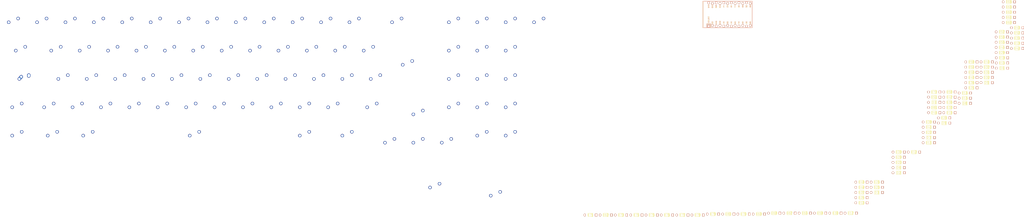
<source format=kicad_pcb>
(kicad_pcb (version 20171130) (host pcbnew 5.1.2-f72e74a~84~ubuntu18.04.1)
  (layers (0 F.Cu signal) (31 B.Cu signal) (34 B.Paste user) (35 F.Paste user) (36 B.SilkS user) (37 F.SilkS user) (38 B.Mask user) (39 F.Mask user) (44 Edge.Cuts user))
  (net 0 "")
  (net 1 row0)
  (net 2 "Net-(D1-Pad2)")
  (net 3 "Net-(D2-Pad2)")
  (net 4 row1)
  (net 5 row2)
  (net 6 "Net-(D3-Pad2)")
  (net 7 row3)
  (net 8 "Net-(D4-Pad2)")
  (net 9 "Net-(D5-Pad2)")
  (net 10 row4)
  (net 11 row5)
  (net 12 "Net-(D6-Pad2)")
  (net 13 row6)
  (net 14 "Net-(D7-Pad2)")
  (net 15 row7)
  (net 16 "Net-(D8-Pad2)")
  (net 17 row8)
  (net 18 "Net-(D9-Pad2)")
  (net 19 "Net-(D10-Pad2)")
  (net 20 "Net-(D11-Pad2)")
  (net 21 "Net-(D12-Pad2)")
  (net 22 "Net-(D13-Pad2)")
  (net 23 "Net-(D14-Pad2)")
  (net 24 "Net-(D15-Pad2)")
  (net 25 "Net-(D16-Pad2)")
  (net 26 "Net-(D17-Pad2)")
  (net 27 "Net-(D18-Pad2)")
  (net 28 "Net-(D19-Pad2)")
  (net 29 "Net-(D20-Pad2)")
  (net 30 "Net-(D21-Pad2)")
  (net 31 "Net-(D22-Pad2)")
  (net 32 "Net-(D23-Pad2)")
  (net 33 "Net-(D24-Pad2)")
  (net 34 "Net-(D25-Pad2)")
  (net 35 "Net-(D26-Pad2)")
  (net 36 "Net-(D27-Pad2)")
  (net 37 "Net-(D28-Pad2)")
  (net 38 "Net-(D29-Pad2)")
  (net 39 "Net-(D30-Pad2)")
  (net 40 "Net-(D31-Pad2)")
  (net 41 "Net-(D32-Pad2)")
  (net 42 "Net-(D33-Pad2)")
  (net 43 "Net-(D34-Pad2)")
  (net 44 "Net-(D35-Pad2)")
  (net 45 "Net-(D36-Pad2)")
  (net 46 "Net-(D37-Pad2)")
  (net 47 "Net-(D38-Pad2)")
  (net 48 "Net-(D39-Pad2)")
  (net 49 "Net-(D40-Pad2)")
  (net 50 "Net-(D41-Pad2)")
  (net 51 "Net-(D42-Pad2)")
  (net 52 "Net-(D43-Pad2)")
  (net 53 "Net-(D44-Pad2)")
  (net 54 "Net-(D45-Pad2)")
  (net 55 "Net-(D46-Pad2)")
  (net 56 "Net-(D47-Pad2)")
  (net 57 "Net-(D48-Pad2)")
  (net 58 "Net-(D49-Pad2)")
  (net 59 "Net-(D50-Pad2)")
  (net 60 "Net-(D51-Pad2)")
  (net 61 "Net-(D52-Pad2)")
  (net 62 "Net-(D53-Pad2)")
  (net 63 "Net-(D54-Pad2)")
  (net 64 "Net-(D55-Pad2)")
  (net 65 "Net-(D56-Pad2)")
  (net 66 "Net-(D57-Pad2)")
  (net 67 "Net-(D58-Pad2)")
  (net 68 "Net-(D59-Pad2)")
  (net 69 "Net-(D60-Pad2)")
  (net 70 "Net-(D61-Pad2)")
  (net 71 "Net-(D62-Pad2)")
  (net 72 "Net-(D63-Pad2)")
  (net 73 "Net-(D64-Pad2)")
  (net 74 "Net-(D65-Pad2)")
  (net 75 "Net-(D66-Pad2)")
  (net 76 "Net-(D67-Pad2)")
  (net 77 "Net-(D68-Pad2)")
  (net 78 "Net-(D69-Pad2)")
  (net 79 "Net-(D70-Pad2)")
  (net 80 "Net-(D71-Pad2)")
  (net 81 "Net-(D72-Pad2)")
  (net 82 "Net-(D73-Pad2)")
  (net 83 "Net-(D74-Pad2)")
  (net 84 "Net-(D75-Pad2)")
  (net 85 "Net-(D76-Pad2)")
  (net 86 "Net-(D77-Pad2)")
  (net 87 "Net-(D78-Pad2)")
  (net 88 "Net-(D79-Pad2)")
  (net 89 "Net-(D80-Pad2)")
  (net 90 "Net-(D81-Pad2)")
  (net 91 col0)
  (net 92 col1)
  (net 93 col2)
  (net 94 col3)
  (net 95 col4)
  (net 96 col5)
  (net 97 col6)
  (net 98 col7)
  (net 99 col8)
  (net 100 "Net-(U1-Pad3)")
  (net 101 "Net-(U1-Pad4)")
  (net 102 "Net-(U1-Pad21)")
  (net 103 "Net-(U1-Pad22)")
  (net 104 "Net-(U1-Pad23)")
  (net 105 "Net-(U1-Pad24)")
  (module MX_Alps_Hybrid:MXOnly-ISO (layer F.Cu) (at 300.22419 130.16992)
    (fp_text reference K61)
    (fp_text value MX-1U)
    (pad "" np_thru_hole circle (at 8.255 -11.938) (size 3.9878 3.9878) (drill 3.9878) (layers *.Cu *.Mask))
    (pad "" np_thru_hole circle (at 8.255 11.938) (size 3.9878 3.9878) (drill 3.9878) (layers *.Cu *.Mask))
    (pad "" np_thru_hole circle (at -6.985 -11.938) (size 3.048 3.048) (drill 3.048) (layers *.Cu *.Mask))
    (pad "" np_thru_hole circle (at -6.985 11.938) (size 3.048 3.048) (drill 3.048) (layers *.Cu *.Mask))
    (pad "" np_thru_hole circle (at 5.08 0 48.0996) (size 1.75 1.75) (drill 1.75) (layers *.Cu *.Mask))
    (pad "" np_thru_hole circle (at -5.08 0 48.0996) (size 1.75 1.75) (drill 1.75) (layers *.Cu *.Mask))
    (pad 1 thru_hole circle (at -3.81 -2.54) (size 2.25 2.25) (drill 1.47) (layers *.Cu B.Mask) (net 97 col6))
    (pad "" np_thru_hole circle (at 0 0) (size 3.9878 3.9878) (drill 3.9878) (layers *.Cu *.Mask))
    (pad 2 thru_hole circle (at 2.54 -5.08) (size 2.25 2.25) (drill 1.47) (layers *.Cu B.Mask) (net 70 "Net-(D61-Pad2)"))
  )
  (module Keebio-Parts:Diode (layer F.Cu) (at 652.8985 152.885601)
    (fp_text reference D1 (at 0 0) (layer F.SilkS) (effects (font (size 1.27 1.524) (thickness 0.2032))))
    (fp_text value D_Small hide)
    (pad 1 thru_hole circle (at -3.81 0) (size 1.651 1.651) (drill 0.9906) (layers *.Cu *.SilkS *.Mask) (net 1 row0))
    (pad 2 thru_hole rect (at 3.81 0) (size 1.651 1.651) (drill 0.9906) (layers *.Cu *.SilkS *.Mask) (net 2 "Net-(D1-Pad2)"))
  )
  (module Keebio-Parts:Diode (layer F.Cu) (at 629.0985 200.245601)
    (fp_text reference D2 (at 0 0) (layer F.SilkS) (effects (font (size 1.27 1.524) (thickness 0.2032))))
    (fp_text value D_Small hide)
    (pad 2 thru_hole rect (at 3.81 0) (size 1.651 1.651) (drill 0.9906) (layers *.Cu *.SilkS *.Mask) (net 3 "Net-(D2-Pad2)"))
    (pad 1 thru_hole circle (at -3.81 0) (size 1.651 1.651) (drill 0.9906) (layers *.Cu *.SilkS *.Mask) (net 4 row1))
  )
  (module Keebio-Parts:Diode (layer F.Cu) (at 614.4085 213.485601)
    (fp_text reference D3 (at 0 0) (layer F.SilkS) (effects (font (size 1.27 1.524) (thickness 0.2032))))
    (fp_text value D_Small hide)
    (pad 1 thru_hole circle (at -3.81 0) (size 1.651 1.651) (drill 0.9906) (layers *.Cu *.SilkS *.Mask) (net 5 row2))
    (pad 2 thru_hole rect (at 3.81 0) (size 1.651 1.651) (drill 0.9906) (layers *.Cu *.SilkS *.Mask) (net 6 "Net-(D3-Pad2)"))
  )
  (module Keebio-Parts:Diode (layer F.Cu) (at 698.4085 129.885601)
    (fp_text reference D4 (at 0 0) (layer F.SilkS) (effects (font (size 1.27 1.524) (thickness 0.2032))))
    (fp_text value D_Small hide)
    (pad 1 thru_hole circle (at -3.81 0) (size 1.651 1.651) (drill 0.9906) (layers *.Cu *.SilkS *.Mask) (net 7 row3))
    (pad 2 thru_hole rect (at 3.81 0) (size 1.651 1.651) (drill 0.9906) (layers *.Cu *.SilkS *.Mask) (net 8 "Net-(D4-Pad2)"))
  )
  (module Keebio-Parts:Diode (layer F.Cu) (at 688.1385 139.645601)
    (fp_text reference D5 (at 0 0) (layer F.SilkS) (effects (font (size 1.27 1.524) (thickness 0.2032))))
    (fp_text value D_Small hide)
    (pad 2 thru_hole rect (at 3.81 0) (size 1.651 1.651) (drill 0.9906) (layers *.Cu *.SilkS *.Mask) (net 9 "Net-(D5-Pad2)"))
    (pad 1 thru_hole circle (at -3.81 0) (size 1.651 1.651) (drill 0.9906) (layers *.Cu *.SilkS *.Mask) (net 10 row4))
  )
  (module Keebio-Parts:Diode (layer F.Cu) (at 629.0985 196.765601)
    (fp_text reference D6 (at 0 0) (layer F.SilkS) (effects (font (size 1.27 1.524) (thickness 0.2032))))
    (fp_text value D_Small hide)
    (pad 1 thru_hole circle (at -3.81 0) (size 1.651 1.651) (drill 0.9906) (layers *.Cu *.SilkS *.Mask) (net 11 row5))
    (pad 2 thru_hole rect (at 3.81 0) (size 1.651 1.651) (drill 0.9906) (layers *.Cu *.SilkS *.Mask) (net 12 "Net-(D6-Pad2)"))
  )
  (module Keebio-Parts:Diode (layer F.Cu) (at 649.2985 176.565601)
    (fp_text reference D7 (at 0 0) (layer F.SilkS) (effects (font (size 1.27 1.524) (thickness 0.2032))))
    (fp_text value D_Small hide)
    (pad 1 thru_hole circle (at -3.81 0) (size 1.651 1.651) (drill 0.9906) (layers *.Cu *.SilkS *.Mask) (net 13 row6))
    (pad 2 thru_hole rect (at 3.81 0) (size 1.651 1.651) (drill 0.9906) (layers *.Cu *.SilkS *.Mask) (net 14 "Net-(D7-Pad2)"))
  )
  (module Keebio-Parts:Diode (layer F.Cu) (at 673.4385 153.565601)
    (fp_text reference D8 (at 0 0) (layer F.SilkS) (effects (font (size 1.27 1.524) (thickness 0.2032))))
    (fp_text value D_Small hide)
    (pad 1 thru_hole circle (at -3.81 0) (size 1.651 1.651) (drill 0.9906) (layers *.Cu *.SilkS *.Mask) (net 15 row7))
    (pad 2 thru_hole rect (at 3.81 0) (size 1.651 1.651) (drill 0.9906) (layers *.Cu *.SilkS *.Mask) (net 16 "Net-(D8-Pad2)"))
  )
  (module Keebio-Parts:Diode (layer F.Cu) (at 659.5685 166.805601)
    (fp_text reference D9 (at 0 0) (layer F.SilkS) (effects (font (size 1.27 1.524) (thickness 0.2032))))
    (fp_text value D_Small hide)
    (pad 1 thru_hole circle (at -3.81 0) (size 1.651 1.651) (drill 0.9906) (layers *.Cu *.SilkS *.Mask) (net 17 row8))
    (pad 2 thru_hole rect (at 3.81 0) (size 1.651 1.651) (drill 0.9906) (layers *.Cu *.SilkS *.Mask) (net 18 "Net-(D9-Pad2)"))
  )
  (module Keebio-Parts:Diode (layer F.Cu) (at 663.1685 159.845601)
    (fp_text reference D10 (at 0 0) (layer F.SilkS) (effects (font (size 1.27 1.524) (thickness 0.2032))))
    (fp_text value D_Small hide)
    (pad 2 thru_hole rect (at 3.81 0) (size 1.651 1.651) (drill 0.9906) (layers *.Cu *.SilkS *.Mask) (net 19 "Net-(D10-Pad2)"))
    (pad 1 thru_hole circle (at -3.81 0) (size 1.651 1.651) (drill 0.9906) (layers *.Cu *.SilkS *.Mask) (net 1 row0))
  )
  (module Keebio-Parts:Diode (layer F.Cu) (at 649.2985 180.045601)
    (fp_text reference D11 (at 0 0) (layer F.SilkS) (effects (font (size 1.27 1.524) (thickness 0.2032))))
    (fp_text value D_Small hide)
    (pad 1 thru_hole circle (at -3.81 0) (size 1.651 1.651) (drill 0.9906) (layers *.Cu *.SilkS *.Mask) (net 4 row1))
    (pad 2 thru_hole rect (at 3.81 0) (size 1.651 1.651) (drill 0.9906) (layers *.Cu *.SilkS *.Mask) (net 20 "Net-(D11-Pad2)"))
  )
  (module Keebio-Parts:Diode (layer F.Cu) (at 639.3685 186.325601)
    (fp_text reference D12 (at 0 0) (layer F.SilkS) (effects (font (size 1.27 1.524) (thickness 0.2032))))
    (fp_text value D_Small hide)
    (pad 2 thru_hole rect (at 3.81 0) (size 1.651 1.651) (drill 0.9906) (layers *.Cu *.SilkS *.Mask) (net 21 "Net-(D12-Pad2)"))
    (pad 1 thru_hole circle (at -3.81 0) (size 1.651 1.651) (drill 0.9906) (layers *.Cu *.SilkS *.Mask) (net 5 row2))
  )
  (module Keebio-Parts:Diode (layer F.Cu) (at 604.1385 220.445601)
    (fp_text reference D13 (at 0 0) (layer F.SilkS) (effects (font (size 1.27 1.524) (thickness 0.2032))))
    (fp_text value D_Small hide)
    (pad 1 thru_hole circle (at -3.81 0) (size 1.651 1.651) (drill 0.9906) (layers *.Cu *.SilkS *.Mask) (net 7 row3))
    (pad 2 thru_hole rect (at 3.81 0) (size 1.651 1.651) (drill 0.9906) (layers *.Cu *.SilkS *.Mask) (net 22 "Net-(D13-Pad2)"))
  )
  (module Keebio-Parts:Diode (layer F.Cu) (at 698.4085 126.405601)
    (fp_text reference D14 (at 0 0) (layer F.SilkS) (effects (font (size 1.27 1.524) (thickness 0.2032))))
    (fp_text value D_Small hide)
    (pad 2 thru_hole rect (at 3.81 0) (size 1.651 1.651) (drill 0.9906) (layers *.Cu *.SilkS *.Mask) (net 23 "Net-(D14-Pad2)"))
    (pad 1 thru_hole circle (at -3.81 0) (size 1.651 1.651) (drill 0.9906) (layers *.Cu *.SilkS *.Mask) (net 10 row4))
  )
  (module Keebio-Parts:Diode (layer F.Cu) (at 673.4385 150.085601)
    (fp_text reference D15 (at 0 0) (layer F.SilkS) (effects (font (size 1.27 1.524) (thickness 0.2032))))
    (fp_text value D_Small hide)
    (pad 1 thru_hole circle (at -3.81 0) (size 1.651 1.651) (drill 0.9906) (layers *.Cu *.SilkS *.Mask) (net 11 row5))
    (pad 2 thru_hole rect (at 3.81 0) (size 1.651 1.651) (drill 0.9906) (layers *.Cu *.SilkS *.Mask) (net 24 "Net-(D15-Pad2)"))
  )
  (module Keebio-Parts:Diode (layer F.Cu) (at 673.4385 146.605601)
    (fp_text reference D16 (at 0 0) (layer F.SilkS) (effects (font (size 1.27 1.524) (thickness 0.2032))))
    (fp_text value D_Small hide)
    (pad 2 thru_hole rect (at 3.81 0) (size 1.651 1.651) (drill 0.9906) (layers *.Cu *.SilkS *.Mask) (net 25 "Net-(D16-Pad2)"))
    (pad 1 thru_hole circle (at -3.81 0) (size 1.651 1.651) (drill 0.9906) (layers *.Cu *.SilkS *.Mask) (net 13 row6))
  )
  (module Keebio-Parts:Diode (layer F.Cu) (at 596.9285 227.365601)
    (fp_text reference D17 (at 0 0) (layer F.SilkS) (effects (font (size 1.27 1.524) (thickness 0.2032))))
    (fp_text value D_Small hide)
    (pad 1 thru_hole circle (at -3.81 0) (size 1.651 1.651) (drill 0.9906) (layers *.Cu *.SilkS *.Mask) (net 15 row7))
    (pad 2 thru_hole rect (at 3.81 0) (size 1.651 1.651) (drill 0.9906) (layers *.Cu *.SilkS *.Mask) (net 26 "Net-(D17-Pad2)"))
  )
  (module Keebio-Parts:Diode (layer F.Cu) (at 698.4085 122.925601)
    (fp_text reference D18 (at 0 0) (layer F.SilkS) (effects (font (size 1.27 1.524) (thickness 0.2032))))
    (fp_text value D_Small hide)
    (pad 2 thru_hole rect (at 3.81 0) (size 1.651 1.651) (drill 0.9906) (layers *.Cu *.SilkS *.Mask) (net 27 "Net-(D18-Pad2)"))
    (pad 1 thru_hole circle (at -3.81 0) (size 1.651 1.651) (drill 0.9906) (layers *.Cu *.SilkS *.Mask) (net 17 row8))
  )
  (module Keebio-Parts:Diode (layer F.Cu) (at 708.5385 113.165601)
    (fp_text reference D19 (at 0 0) (layer F.SilkS) (effects (font (size 1.27 1.524) (thickness 0.2032))))
    (fp_text value D_Small hide)
    (pad 2 thru_hole rect (at 3.81 0) (size 1.651 1.651) (drill 0.9906) (layers *.Cu *.SilkS *.Mask) (net 28 "Net-(D19-Pad2)"))
    (pad 1 thru_hole circle (at -3.81 0) (size 1.651 1.651) (drill 0.9906) (layers *.Cu *.SilkS *.Mask) (net 1 row0))
  )
  (module Keebio-Parts:Diode (layer F.Cu) (at 659.5685 163.325601)
    (fp_text reference D20 (at 0 0) (layer F.SilkS) (effects (font (size 1.27 1.524) (thickness 0.2032))))
    (fp_text value D_Small hide)
    (pad 1 thru_hole circle (at -3.81 0) (size 1.651 1.651) (drill 0.9906) (layers *.Cu *.SilkS *.Mask) (net 4 row1))
    (pad 2 thru_hole rect (at 3.81 0) (size 1.651 1.651) (drill 0.9906) (layers *.Cu *.SilkS *.Mask) (net 29 "Net-(D20-Pad2)"))
  )
  (module Keebio-Parts:Diode (layer F.Cu) (at 677.8685 143.125601)
    (fp_text reference D21 (at 0 0) (layer F.SilkS) (effects (font (size 1.27 1.524) (thickness 0.2032))))
    (fp_text value D_Small hide)
    (pad 1 thru_hole circle (at -3.81 0) (size 1.651 1.651) (drill 0.9906) (layers *.Cu *.SilkS *.Mask) (net 5 row2))
    (pad 2 thru_hole rect (at 3.81 0) (size 1.651 1.651) (drill 0.9906) (layers *.Cu *.SilkS *.Mask) (net 30 "Net-(D21-Pad2)"))
  )
  (module Keebio-Parts:Diode (layer F.Cu) (at 649.2985 173.085601)
    (fp_text reference D22 (at 0 0) (layer F.SilkS) (effects (font (size 1.27 1.524) (thickness 0.2032))))
    (fp_text value D_Small hide)
    (pad 1 thru_hole circle (at -3.81 0) (size 1.651 1.651) (drill 0.9906) (layers *.Cu *.SilkS *.Mask) (net 7 row3))
    (pad 2 thru_hole rect (at 3.81 0) (size 1.651 1.651) (drill 0.9906) (layers *.Cu *.SilkS *.Mask) (net 31 "Net-(D22-Pad2)"))
  )
  (module Keebio-Parts:Diode (layer F.Cu) (at 629.0985 193.285601)
    (fp_text reference D23 (at 0 0) (layer F.SilkS) (effects (font (size 1.27 1.524) (thickness 0.2032))))
    (fp_text value D_Small hide)
    (pad 2 thru_hole rect (at 3.81 0) (size 1.651 1.651) (drill 0.9906) (layers *.Cu *.SilkS *.Mask) (net 32 "Net-(D23-Pad2)"))
    (pad 1 thru_hole circle (at -3.81 0) (size 1.651 1.651) (drill 0.9906) (layers *.Cu *.SilkS *.Mask) (net 10 row4))
  )
  (module Keebio-Parts:Diode (layer F.Cu) (at 604.1385 216.965601)
    (fp_text reference D24 (at 0 0) (layer F.SilkS) (effects (font (size 1.27 1.524) (thickness 0.2032))))
    (fp_text value D_Small hide)
    (pad 2 thru_hole rect (at 3.81 0) (size 1.651 1.651) (drill 0.9906) (layers *.Cu *.SilkS *.Mask) (net 33 "Net-(D24-Pad2)"))
    (pad 1 thru_hole circle (at -3.81 0) (size 1.651 1.651) (drill 0.9906) (layers *.Cu *.SilkS *.Mask) (net 11 row5))
  )
  (module Keebio-Parts:Diode (layer F.Cu) (at 614.4085 210.005601)
    (fp_text reference D25 (at 0 0) (layer F.SilkS) (effects (font (size 1.27 1.524) (thickness 0.2032))))
    (fp_text value D_Small hide)
    (pad 2 thru_hole rect (at 3.81 0) (size 1.651 1.651) (drill 0.9906) (layers *.Cu *.SilkS *.Mask) (net 34 "Net-(D25-Pad2)"))
    (pad 1 thru_hole circle (at -3.81 0) (size 1.651 1.651) (drill 0.9906) (layers *.Cu *.SilkS *.Mask) (net 13 row6))
  )
  (module Keebio-Parts:Diode (layer F.Cu) (at 614.4085 206.525601)
    (fp_text reference D26 (at 0 0) (layer F.SilkS) (effects (font (size 1.27 1.524) (thickness 0.2032))))
    (fp_text value D_Small hide)
    (pad 1 thru_hole circle (at -3.81 0) (size 1.651 1.651) (drill 0.9906) (layers *.Cu *.SilkS *.Mask) (net 15 row7))
    (pad 2 thru_hole rect (at 3.81 0) (size 1.651 1.651) (drill 0.9906) (layers *.Cu *.SilkS *.Mask) (net 35 "Net-(D26-Pad2)"))
  )
  (module Keebio-Parts:Diode (layer F.Cu) (at 604.1385 213.485601)
    (fp_text reference D27 (at 0 0) (layer F.SilkS) (effects (font (size 1.27 1.524) (thickness 0.2032))))
    (fp_text value D_Small hide)
    (pad 1 thru_hole circle (at -3.81 0) (size 1.651 1.651) (drill 0.9906) (layers *.Cu *.SilkS *.Mask) (net 17 row8))
    (pad 2 thru_hole rect (at 3.81 0) (size 1.651 1.651) (drill 0.9906) (layers *.Cu *.SilkS *.Mask) (net 36 "Net-(D27-Pad2)"))
  )
  (module Keebio-Parts:Diode (layer F.Cu) (at 698.2685 119.445601)
    (fp_text reference D28 (at 0 0) (layer F.SilkS) (effects (font (size 1.27 1.524) (thickness 0.2032))))
    (fp_text value D_Small hide)
    (pad 1 thru_hole circle (at -3.81 0) (size 1.651 1.651) (drill 0.9906) (layers *.Cu *.SilkS *.Mask) (net 1 row0))
    (pad 2 thru_hole rect (at 3.81 0) (size 1.651 1.651) (drill 0.9906) (layers *.Cu *.SilkS *.Mask) (net 37 "Net-(D28-Pad2)"))
  )
  (module Keebio-Parts:Diode (layer F.Cu) (at 629.0985 189.805601)
    (fp_text reference D29 (at 0 0) (layer F.SilkS) (effects (font (size 1.27 1.524) (thickness 0.2032))))
    (fp_text value D_Small hide)
    (pad 2 thru_hole rect (at 3.81 0) (size 1.651 1.651) (drill 0.9906) (layers *.Cu *.SilkS *.Mask) (net 38 "Net-(D29-Pad2)"))
    (pad 1 thru_hole circle (at -3.81 0) (size 1.651 1.651) (drill 0.9906) (layers *.Cu *.SilkS *.Mask) (net 4 row1))
  )
  (module Keebio-Parts:Diode (layer F.Cu) (at 586.6585 227.365601)
    (fp_text reference D30 (at 0 0) (layer F.SilkS) (effects (font (size 1.27 1.524) (thickness 0.2032))))
    (fp_text value D_Small hide)
    (pad 2 thru_hole rect (at 3.81 0) (size 1.651 1.651) (drill 0.9906) (layers *.Cu *.SilkS *.Mask) (net 39 "Net-(D30-Pad2)"))
    (pad 1 thru_hole circle (at -3.81 0) (size 1.651 1.651) (drill 0.9906) (layers *.Cu *.SilkS *.Mask) (net 5 row2))
  )
  (module Keebio-Parts:Diode (layer F.Cu) (at 688.1385 132.685601)
    (fp_text reference D31 (at 0 0) (layer F.SilkS) (effects (font (size 1.27 1.524) (thickness 0.2032))))
    (fp_text value D_Small hide)
    (pad 1 thru_hole circle (at -3.81 0) (size 1.651 1.651) (drill 0.9906) (layers *.Cu *.SilkS *.Mask) (net 7 row3))
    (pad 2 thru_hole rect (at 3.81 0) (size 1.651 1.651) (drill 0.9906) (layers *.Cu *.SilkS *.Mask) (net 40 "Net-(D31-Pad2)"))
  )
  (module Keebio-Parts:Diode (layer F.Cu) (at 688.1385 136.165601)
    (fp_text reference D32 (at 0 0) (layer F.SilkS) (effects (font (size 1.27 1.524) (thickness 0.2032))))
    (fp_text value D_Small hide)
    (pad 2 thru_hole rect (at 3.81 0) (size 1.651 1.651) (drill 0.9906) (layers *.Cu *.SilkS *.Mask) (net 41 "Net-(D32-Pad2)"))
    (pad 1 thru_hole circle (at -3.81 0) (size 1.651 1.651) (drill 0.9906) (layers *.Cu *.SilkS *.Mask) (net 10 row4))
  )
  (module Keebio-Parts:Diode (layer F.Cu) (at 663.1685 156.365601)
    (fp_text reference D33 (at 0 0) (layer F.SilkS) (effects (font (size 1.27 1.524) (thickness 0.2032))))
    (fp_text value D_Small hide)
    (pad 2 thru_hole rect (at 3.81 0) (size 1.651 1.651) (drill 0.9906) (layers *.Cu *.SilkS *.Mask) (net 42 "Net-(D33-Pad2)"))
    (pad 1 thru_hole circle (at -3.81 0) (size 1.651 1.651) (drill 0.9906) (layers *.Cu *.SilkS *.Mask) (net 11 row5))
  )
  (module Keebio-Parts:Diode (layer F.Cu) (at 708.5385 109.685601)
    (fp_text reference D34 (at 0 0) (layer F.SilkS) (effects (font (size 1.27 1.524) (thickness 0.2032))))
    (fp_text value D_Small hide)
    (pad 1 thru_hole circle (at -3.81 0) (size 1.651 1.651) (drill 0.9906) (layers *.Cu *.SilkS *.Mask) (net 13 row6))
    (pad 2 thru_hole rect (at 3.81 0) (size 1.651 1.651) (drill 0.9906) (layers *.Cu *.SilkS *.Mask) (net 43 "Net-(D34-Pad2)"))
  )
  (module Keebio-Parts:Diode (layer F.Cu) (at 663.1685 152.885601)
    (fp_text reference D35 (at 0 0) (layer F.SilkS) (effects (font (size 1.27 1.524) (thickness 0.2032))))
    (fp_text value D_Small hide)
    (pad 2 thru_hole rect (at 3.81 0) (size 1.651 1.651) (drill 0.9906) (layers *.Cu *.SilkS *.Mask) (net 44 "Net-(D35-Pad2)"))
    (pad 1 thru_hole circle (at -3.81 0) (size 1.651 1.651) (drill 0.9906) (layers *.Cu *.SilkS *.Mask) (net 15 row7))
  )
  (module Keebio-Parts:Diode (layer F.Cu) (at 677.8685 139.645601)
    (fp_text reference D36 (at 0 0) (layer F.SilkS) (effects (font (size 1.27 1.524) (thickness 0.2032))))
    (fp_text value D_Small hide)
    (pad 2 thru_hole rect (at 3.81 0) (size 1.651 1.651) (drill 0.9906) (layers *.Cu *.SilkS *.Mask) (net 45 "Net-(D36-Pad2)"))
    (pad 1 thru_hole circle (at -3.81 0) (size 1.651 1.651) (drill 0.9906) (layers *.Cu *.SilkS *.Mask) (net 17 row8))
  )
  (module Keebio-Parts:Diode (layer F.Cu) (at 688.1385 129.205601)
    (fp_text reference D37 (at 0 0) (layer F.SilkS) (effects (font (size 1.27 1.524) (thickness 0.2032))))
    (fp_text value D_Small hide)
    (pad 1 thru_hole circle (at -3.81 0) (size 1.651 1.651) (drill 0.9906) (layers *.Cu *.SilkS *.Mask) (net 1 row0))
    (pad 2 thru_hole rect (at 3.81 0) (size 1.651 1.651) (drill 0.9906) (layers *.Cu *.SilkS *.Mask) (net 46 "Net-(D37-Pad2)"))
  )
  (module Keebio-Parts:Diode (layer F.Cu) (at 649.2985 166.125601)
    (fp_text reference D38 (at 0 0) (layer F.SilkS) (effects (font (size 1.27 1.524) (thickness 0.2032))))
    (fp_text value D_Small hide)
    (pad 2 thru_hole rect (at 3.81 0) (size 1.651 1.651) (drill 0.9906) (layers *.Cu *.SilkS *.Mask) (net 47 "Net-(D38-Pad2)"))
    (pad 1 thru_hole circle (at -3.81 0) (size 1.651 1.651) (drill 0.9906) (layers *.Cu *.SilkS *.Mask) (net 4 row1))
  )
  (module Keebio-Parts:Diode (layer F.Cu) (at 629.0985 186.325601)
    (fp_text reference D39 (at 0 0) (layer F.SilkS) (effects (font (size 1.27 1.524) (thickness 0.2032))))
    (fp_text value D_Small hide)
    (pad 1 thru_hole circle (at -3.81 0) (size 1.651 1.651) (drill 0.9906) (layers *.Cu *.SilkS *.Mask) (net 5 row2))
    (pad 2 thru_hole rect (at 3.81 0) (size 1.651 1.651) (drill 0.9906) (layers *.Cu *.SilkS *.Mask) (net 48 "Net-(D39-Pad2)"))
  )
  (module Keebio-Parts:Diode (layer F.Cu) (at 688.1385 125.725601)
    (fp_text reference D40 (at 0 0) (layer F.SilkS) (effects (font (size 1.27 1.524) (thickness 0.2032))))
    (fp_text value D_Small hide)
    (pad 2 thru_hole rect (at 3.81 0) (size 1.651 1.651) (drill 0.9906) (layers *.Cu *.SilkS *.Mask) (net 49 "Net-(D40-Pad2)"))
    (pad 1 thru_hole circle (at -3.81 0) (size 1.651 1.651) (drill 0.9906) (layers *.Cu *.SilkS *.Mask) (net 7 row3))
  )
  (module Keebio-Parts:Diode (layer F.Cu) (at 649.2985 169.605601)
    (fp_text reference D41 (at 0 0) (layer F.SilkS) (effects (font (size 1.27 1.524) (thickness 0.2032))))
    (fp_text value D_Small hide)
    (pad 1 thru_hole circle (at -3.81 0) (size 1.651 1.651) (drill 0.9906) (layers *.Cu *.SilkS *.Mask) (net 10 row4))
    (pad 2 thru_hole rect (at 3.81 0) (size 1.651 1.651) (drill 0.9906) (layers *.Cu *.SilkS *.Mask) (net 50 "Net-(D41-Pad2)"))
  )
  (module Keebio-Parts:Diode (layer F.Cu) (at 708.5385 116.645601)
    (fp_text reference D42 (at 0 0) (layer F.SilkS) (effects (font (size 1.27 1.524) (thickness 0.2032))))
    (fp_text value D_Small hide)
    (pad 1 thru_hole circle (at -3.81 0) (size 1.651 1.651) (drill 0.9906) (layers *.Cu *.SilkS *.Mask) (net 11 row5))
    (pad 2 thru_hole rect (at 3.81 0) (size 1.651 1.651) (drill 0.9906) (layers *.Cu *.SilkS *.Mask) (net 51 "Net-(D42-Pad2)"))
  )
  (module Keebio-Parts:Diode (layer F.Cu) (at 708.5385 102.725601)
    (fp_text reference D43 (at 0 0) (layer F.SilkS) (effects (font (size 1.27 1.524) (thickness 0.2032))))
    (fp_text value D_Small hide)
    (pad 1 thru_hole circle (at -3.81 0) (size 1.651 1.651) (drill 0.9906) (layers *.Cu *.SilkS *.Mask) (net 13 row6))
    (pad 2 thru_hole rect (at 3.81 0) (size 1.651 1.651) (drill 0.9906) (layers *.Cu *.SilkS *.Mask) (net 52 "Net-(D43-Pad2)"))
  )
  (module Keebio-Parts:Diode (layer F.Cu) (at 698.2685 115.965601)
    (fp_text reference D44 (at 0 0) (layer F.SilkS) (effects (font (size 1.27 1.524) (thickness 0.2032))))
    (fp_text value D_Small hide)
    (pad 1 thru_hole circle (at -3.81 0) (size 1.651 1.651) (drill 0.9906) (layers *.Cu *.SilkS *.Mask) (net 15 row7))
    (pad 2 thru_hole rect (at 3.81 0) (size 1.651 1.651) (drill 0.9906) (layers *.Cu *.SilkS *.Mask) (net 53 "Net-(D44-Pad2)"))
  )
  (module Keebio-Parts:Diode (layer F.Cu) (at 677.8685 136.165601)
    (fp_text reference D45 (at 0 0) (layer F.SilkS) (effects (font (size 1.27 1.524) (thickness 0.2032))))
    (fp_text value D_Small hide)
    (pad 1 thru_hole circle (at -3.81 0) (size 1.651 1.651) (drill 0.9906) (layers *.Cu *.SilkS *.Mask) (net 17 row8))
    (pad 2 thru_hole rect (at 3.81 0) (size 1.651 1.651) (drill 0.9906) (layers *.Cu *.SilkS *.Mask) (net 54 "Net-(D45-Pad2)"))
  )
  (module Keebio-Parts:Diode (layer F.Cu) (at 652.8985 159.845601)
    (fp_text reference D46 (at 0 0) (layer F.SilkS) (effects (font (size 1.27 1.524) (thickness 0.2032))))
    (fp_text value D_Small hide)
    (pad 2 thru_hole rect (at 3.81 0) (size 1.651 1.651) (drill 0.9906) (layers *.Cu *.SilkS *.Mask) (net 55 "Net-(D46-Pad2)"))
    (pad 1 thru_hole circle (at -3.81 0) (size 1.651 1.651) (drill 0.9906) (layers *.Cu *.SilkS *.Mask) (net 1 row0))
  )
  (module Keebio-Parts:Diode (layer F.Cu) (at 663.1685 149.405601)
    (fp_text reference D47 (at 0 0) (layer F.SilkS) (effects (font (size 1.27 1.524) (thickness 0.2032))))
    (fp_text value D_Small hide)
    (pad 1 thru_hole circle (at -3.81 0) (size 1.651 1.651) (drill 0.9906) (layers *.Cu *.SilkS *.Mask) (net 4 row1))
    (pad 2 thru_hole rect (at 3.81 0) (size 1.651 1.651) (drill 0.9906) (layers *.Cu *.SilkS *.Mask) (net 56 "Net-(D47-Pad2)"))
  )
  (module Keebio-Parts:Diode (layer F.Cu) (at 604.1385 210.005601)
    (fp_text reference D48 (at 0 0) (layer F.SilkS) (effects (font (size 1.27 1.524) (thickness 0.2032))))
    (fp_text value D_Small hide)
    (pad 2 thru_hole rect (at 3.81 0) (size 1.651 1.651) (drill 0.9906) (layers *.Cu *.SilkS *.Mask) (net 57 "Net-(D48-Pad2)"))
    (pad 1 thru_hole circle (at -3.81 0) (size 1.651 1.651) (drill 0.9906) (layers *.Cu *.SilkS *.Mask) (net 5 row2))
  )
  (module Keebio-Parts:Diode (layer F.Cu) (at 604.1385 206.525601)
    (fp_text reference D49 (at 0 0) (layer F.SilkS) (effects (font (size 1.27 1.524) (thickness 0.2032))))
    (fp_text value D_Small hide)
    (pad 1 thru_hole circle (at -3.81 0) (size 1.651 1.651) (drill 0.9906) (layers *.Cu *.SilkS *.Mask) (net 7 row3))
    (pad 2 thru_hole rect (at 3.81 0) (size 1.651 1.651) (drill 0.9906) (layers *.Cu *.SilkS *.Mask) (net 58 "Net-(D49-Pad2)"))
  )
  (module Keebio-Parts:Diode (layer F.Cu) (at 663.1685 145.925601)
    (fp_text reference D50 (at 0 0) (layer F.SilkS) (effects (font (size 1.27 1.524) (thickness 0.2032))))
    (fp_text value D_Small hide)
    (pad 2 thru_hole rect (at 3.81 0) (size 1.651 1.651) (drill 0.9906) (layers *.Cu *.SilkS *.Mask) (net 59 "Net-(D50-Pad2)"))
    (pad 1 thru_hole circle (at -3.81 0) (size 1.651 1.651) (drill 0.9906) (layers *.Cu *.SilkS *.Mask) (net 10 row4))
  )
  (module Keebio-Parts:Diode (layer F.Cu) (at 652.8985 149.405601)
    (fp_text reference D51 (at 0 0) (layer F.SilkS) (effects (font (size 1.27 1.524) (thickness 0.2032))))
    (fp_text value D_Small hide)
    (pad 1 thru_hole circle (at -3.81 0) (size 1.651 1.651) (drill 0.9906) (layers *.Cu *.SilkS *.Mask) (net 11 row5))
    (pad 2 thru_hole rect (at 3.81 0) (size 1.651 1.651) (drill 0.9906) (layers *.Cu *.SilkS *.Mask) (net 60 "Net-(D51-Pad2)"))
  )
  (module Keebio-Parts:Diode (layer F.Cu) (at 708.5385 106.205601)
    (fp_text reference D52 (at 0 0) (layer F.SilkS) (effects (font (size 1.27 1.524) (thickness 0.2032))))
    (fp_text value D_Small hide)
    (pad 2 thru_hole rect (at 3.81 0) (size 1.651 1.651) (drill 0.9906) (layers *.Cu *.SilkS *.Mask) (net 61 "Net-(D52-Pad2)"))
    (pad 1 thru_hole circle (at -3.81 0) (size 1.651 1.651) (drill 0.9906) (layers *.Cu *.SilkS *.Mask) (net 13 row6))
  )
  (module Keebio-Parts:Diode (layer F.Cu) (at 677.8685 132.685601)
    (fp_text reference D53 (at 0 0) (layer F.SilkS) (effects (font (size 1.27 1.524) (thickness 0.2032))))
    (fp_text value D_Small hide)
    (pad 1 thru_hole circle (at -3.81 0) (size 1.651 1.651) (drill 0.9906) (layers *.Cu *.SilkS *.Mask) (net 15 row7))
    (pad 2 thru_hole rect (at 3.81 0) (size 1.651 1.651) (drill 0.9906) (layers *.Cu *.SilkS *.Mask) (net 62 "Net-(D53-Pad2)"))
  )
  (module Keebio-Parts:Diode (layer F.Cu) (at 677.8685 129.205601)
    (fp_text reference D54 (at 0 0) (layer F.SilkS) (effects (font (size 1.27 1.524) (thickness 0.2032))))
    (fp_text value D_Small hide)
    (pad 2 thru_hole rect (at 3.81 0) (size 1.651 1.651) (drill 0.9906) (layers *.Cu *.SilkS *.Mask) (net 63 "Net-(D54-Pad2)"))
    (pad 1 thru_hole circle (at -3.81 0) (size 1.651 1.651) (drill 0.9906) (layers *.Cu *.SilkS *.Mask) (net 17 row8))
  )
  (module Keebio-Parts:Diode (layer F.Cu) (at 698.2685 112.485601)
    (fp_text reference D55 (at 0 0) (layer F.SilkS) (effects (font (size 1.27 1.524) (thickness 0.2032))))
    (fp_text value D_Small hide)
    (pad 2 thru_hole rect (at 3.81 0) (size 1.651 1.651) (drill 0.9906) (layers *.Cu *.SilkS *.Mask) (net 64 "Net-(D55-Pad2)"))
    (pad 1 thru_hole circle (at -3.81 0) (size 1.651 1.651) (drill 0.9906) (layers *.Cu *.SilkS *.Mask) (net 1 row0))
  )
  (module Keebio-Parts:Diode (layer F.Cu) (at 698.2685 109.005601)
    (fp_text reference D56 (at 0 0) (layer F.SilkS) (effects (font (size 1.27 1.524) (thickness 0.2032))))
    (fp_text value D_Small hide)
    (pad 1 thru_hole circle (at -3.81 0) (size 1.651 1.651) (drill 0.9906) (layers *.Cu *.SilkS *.Mask) (net 4 row1))
    (pad 2 thru_hole rect (at 3.81 0) (size 1.651 1.651) (drill 0.9906) (layers *.Cu *.SilkS *.Mask) (net 65 "Net-(D56-Pad2)"))
  )
  (module Keebio-Parts:Diode (layer F.Cu) (at 698.2685 105.525601)
    (fp_text reference D57 (at 0 0) (layer F.SilkS) (effects (font (size 1.27 1.524) (thickness 0.2032))))
    (fp_text value D_Small hide)
    (pad 1 thru_hole circle (at -3.81 0) (size 1.651 1.651) (drill 0.9906) (layers *.Cu *.SilkS *.Mask) (net 5 row2))
    (pad 2 thru_hole rect (at 3.81 0) (size 1.651 1.651) (drill 0.9906) (layers *.Cu *.SilkS *.Mask) (net 66 "Net-(D57-Pad2)"))
  )
  (module Keebio-Parts:Diode (layer F.Cu) (at 576.3885 227.365601)
    (fp_text reference D58 (at 0 0) (layer F.SilkS) (effects (font (size 1.27 1.524) (thickness 0.2032))))
    (fp_text value D_Small hide)
    (pad 1 thru_hole circle (at -3.81 0) (size 1.651 1.651) (drill 0.9906) (layers *.Cu *.SilkS *.Mask) (net 7 row3))
    (pad 2 thru_hole rect (at 3.81 0) (size 1.651 1.651) (drill 0.9906) (layers *.Cu *.SilkS *.Mask) (net 67 "Net-(D58-Pad2)"))
  )
  (module Keebio-Parts:Diode (layer F.Cu) (at 677.8685 125.725601)
    (fp_text reference D59 (at 0 0) (layer F.SilkS) (effects (font (size 1.27 1.524) (thickness 0.2032))))
    (fp_text value D_Small hide)
    (pad 2 thru_hole rect (at 3.81 0) (size 1.651 1.651) (drill 0.9906) (layers *.Cu *.SilkS *.Mask) (net 68 "Net-(D59-Pad2)"))
    (pad 1 thru_hole circle (at -3.81 0) (size 1.651 1.651) (drill 0.9906) (layers *.Cu *.SilkS *.Mask) (net 10 row4))
  )
  (module Keebio-Parts:Diode (layer F.Cu) (at 702.9985 99.245601)
    (fp_text reference D60 (at 0 0) (layer F.SilkS) (effects (font (size 1.27 1.524) (thickness 0.2032))))
    (fp_text value D_Small hide)
    (pad 2 thru_hole rect (at 3.81 0) (size 1.651 1.651) (drill 0.9906) (layers *.Cu *.SilkS *.Mask) (net 69 "Net-(D60-Pad2)"))
    (pad 1 thru_hole circle (at -3.81 0) (size 1.651 1.651) (drill 0.9906) (layers *.Cu *.SilkS *.Mask) (net 11 row5))
  )
  (module Keebio-Parts:Diode (layer F.Cu) (at 702.9985 95.765601)
    (fp_text reference D61 (at 0 0) (layer F.SilkS) (effects (font (size 1.27 1.524) (thickness 0.2032))))
    (fp_text value D_Small hide)
    (pad 2 thru_hole rect (at 3.81 0) (size 1.651 1.651) (drill 0.9906) (layers *.Cu *.SilkS *.Mask) (net 70 "Net-(D61-Pad2)"))
    (pad 1 thru_hole circle (at -3.81 0) (size 1.651 1.651) (drill 0.9906) (layers *.Cu *.SilkS *.Mask) (net 13 row6))
  )
  (module Keebio-Parts:Diode (layer F.Cu) (at 432.6085 228.645601)
    (fp_text reference D62 (at 0 0) (layer F.SilkS) (effects (font (size 1.27 1.524) (thickness 0.2032))))
    (fp_text value D_Small hide)
    (pad 1 thru_hole circle (at -3.81 0) (size 1.651 1.651) (drill 0.9906) (layers *.Cu *.SilkS *.Mask) (net 15 row7))
    (pad 2 thru_hole rect (at 3.81 0) (size 1.651 1.651) (drill 0.9906) (layers *.Cu *.SilkS *.Mask) (net 71 "Net-(D62-Pad2)"))
  )
  (module Keebio-Parts:Diode (layer F.Cu) (at 702.9985 92.285601)
    (fp_text reference D63 (at 0 0) (layer F.SilkS) (effects (font (size 1.27 1.524) (thickness 0.2032))))
    (fp_text value D_Small hide)
    (pad 1 thru_hole circle (at -3.81 0) (size 1.651 1.651) (drill 0.9906) (layers *.Cu *.SilkS *.Mask) (net 17 row8))
    (pad 2 thru_hole rect (at 3.81 0) (size 1.651 1.651) (drill 0.9906) (layers *.Cu *.SilkS *.Mask) (net 72 "Net-(D63-Pad2)"))
  )
  (module Keebio-Parts:Diode (layer F.Cu) (at 566.1185 227.365601)
    (fp_text reference D64 (at 0 0) (layer F.SilkS) (effects (font (size 1.27 1.524) (thickness 0.2032))))
    (fp_text value D_Small hide)
    (pad 2 thru_hole rect (at 3.81 0) (size 1.651 1.651) (drill 0.9906) (layers *.Cu *.SilkS *.Mask) (net 73 "Net-(D64-Pad2)"))
    (pad 1 thru_hole circle (at -3.81 0) (size 1.651 1.651) (drill 0.9906) (layers *.Cu *.SilkS *.Mask) (net 1 row0))
  )
  (module Keebio-Parts:Diode (layer F.Cu) (at 702.9985 88.805601)
    (fp_text reference D65 (at 0 0) (layer F.SilkS) (effects (font (size 1.27 1.524) (thickness 0.2032))))
    (fp_text value D_Small hide)
    (pad 2 thru_hole rect (at 3.81 0) (size 1.651 1.651) (drill 0.9906) (layers *.Cu *.SilkS *.Mask) (net 74 "Net-(D65-Pad2)"))
    (pad 1 thru_hole circle (at -3.81 0) (size 1.651 1.651) (drill 0.9906) (layers *.Cu *.SilkS *.Mask) (net 4 row1))
  )
  (module Keebio-Parts:Diode (layer F.Cu) (at 702.9985 85.325601)
    (fp_text reference D66 (at 0 0) (layer F.SilkS) (effects (font (size 1.27 1.524) (thickness 0.2032))))
    (fp_text value D_Small hide)
    (pad 2 thru_hole rect (at 3.81 0) (size 1.651 1.651) (drill 0.9906) (layers *.Cu *.SilkS *.Mask) (net 75 "Net-(D66-Pad2)"))
    (pad 1 thru_hole circle (at -3.81 0) (size 1.651 1.651) (drill 0.9906) (layers *.Cu *.SilkS *.Mask) (net 5 row2))
  )
  (module Keebio-Parts:Diode (layer F.Cu) (at 555.8485 227.365601)
    (fp_text reference D67 (at 0 0) (layer F.SilkS) (effects (font (size 1.27 1.524) (thickness 0.2032))))
    (fp_text value D_Small hide)
    (pad 1 thru_hole circle (at -3.81 0) (size 1.651 1.651) (drill 0.9906) (layers *.Cu *.SilkS *.Mask) (net 7 row3))
    (pad 2 thru_hole rect (at 3.81 0) (size 1.651 1.651) (drill 0.9906) (layers *.Cu *.SilkS *.Mask) (net 76 "Net-(D67-Pad2)"))
  )
  (module Keebio-Parts:Diode (layer F.Cu) (at 545.5785 227.365601)
    (fp_text reference D68 (at 0 0) (layer F.SilkS) (effects (font (size 1.27 1.524) (thickness 0.2032))))
    (fp_text value D_Small hide)
    (pad 2 thru_hole rect (at 3.81 0) (size 1.651 1.651) (drill 0.9906) (layers *.Cu *.SilkS *.Mask) (net 77 "Net-(D68-Pad2)"))
    (pad 1 thru_hole circle (at -3.81 0) (size 1.651 1.651) (drill 0.9906) (layers *.Cu *.SilkS *.Mask) (net 10 row4))
  )
  (module Keebio-Parts:Diode (layer F.Cu) (at 535.3085 228.005601)
    (fp_text reference D69 (at 0 0) (layer F.SilkS) (effects (font (size 1.27 1.524) (thickness 0.2032))))
    (fp_text value D_Small hide)
    (pad 1 thru_hole circle (at -3.81 0) (size 1.651 1.651) (drill 0.9906) (layers *.Cu *.SilkS *.Mask) (net 11 row5))
    (pad 2 thru_hole rect (at 3.81 0) (size 1.651 1.651) (drill 0.9906) (layers *.Cu *.SilkS *.Mask) (net 78 "Net-(D69-Pad2)"))
  )
  (module Keebio-Parts:Diode (layer F.Cu) (at 525.0385 228.005601)
    (fp_text reference D70 (at 0 0) (layer F.SilkS) (effects (font (size 1.27 1.524) (thickness 0.2032))))
    (fp_text value D_Small hide)
    (pad 1 thru_hole circle (at -3.81 0) (size 1.651 1.651) (drill 0.9906) (layers *.Cu *.SilkS *.Mask) (net 13 row6))
    (pad 2 thru_hole rect (at 3.81 0) (size 1.651 1.651) (drill 0.9906) (layers *.Cu *.SilkS *.Mask) (net 79 "Net-(D70-Pad2)"))
  )
  (module Keebio-Parts:Diode (layer F.Cu) (at 422.3385 228.645601)
    (fp_text reference D71 (at 0 0) (layer F.SilkS) (effects (font (size 1.27 1.524) (thickness 0.2032))))
    (fp_text value D_Small hide)
    (pad 2 thru_hole rect (at 3.81 0) (size 1.651 1.651) (drill 0.9906) (layers *.Cu *.SilkS *.Mask) (net 80 "Net-(D71-Pad2)"))
    (pad 1 thru_hole circle (at -3.81 0) (size 1.651 1.651) (drill 0.9906) (layers *.Cu *.SilkS *.Mask) (net 15 row7))
  )
  (module Keebio-Parts:Diode (layer F.Cu) (at 652.8985 145.925601)
    (fp_text reference D72 (at 0 0) (layer F.SilkS) (effects (font (size 1.27 1.524) (thickness 0.2032))))
    (fp_text value D_Small hide)
    (pad 2 thru_hole rect (at 3.81 0) (size 1.651 1.651) (drill 0.9906) (layers *.Cu *.SilkS *.Mask) (net 81 "Net-(D72-Pad2)"))
    (pad 1 thru_hole circle (at -3.81 0) (size 1.651 1.651) (drill 0.9906) (layers *.Cu *.SilkS *.Mask) (net 17 row8))
  )
  (module Keebio-Parts:Diode (layer F.Cu) (at 442.8785 228.645601)
    (fp_text reference D73 (at 0 0) (layer F.SilkS) (effects (font (size 1.27 1.524) (thickness 0.2032))))
    (fp_text value D_Small hide)
    (pad 1 thru_hole circle (at -3.81 0) (size 1.651 1.651) (drill 0.9906) (layers *.Cu *.SilkS *.Mask) (net 1 row0))
    (pad 2 thru_hole rect (at 3.81 0) (size 1.651 1.651) (drill 0.9906) (layers *.Cu *.SilkS *.Mask) (net 82 "Net-(D73-Pad2)"))
  )
  (module Keebio-Parts:Diode (layer F.Cu) (at 453.1485 228.645601)
    (fp_text reference D74 (at 0 0) (layer F.SilkS) (effects (font (size 1.27 1.524) (thickness 0.2032))))
    (fp_text value D_Small hide)
    (pad 2 thru_hole rect (at 3.81 0) (size 1.651 1.651) (drill 0.9906) (layers *.Cu *.SilkS *.Mask) (net 83 "Net-(D74-Pad2)"))
    (pad 1 thru_hole circle (at -3.81 0) (size 1.651 1.651) (drill 0.9906) (layers *.Cu *.SilkS *.Mask) (net 4 row1))
  )
  (module Keebio-Parts:Diode (layer F.Cu) (at 463.4185 228.645601)
    (fp_text reference D75 (at 0 0) (layer F.SilkS) (effects (font (size 1.27 1.524) (thickness 0.2032))))
    (fp_text value D_Small hide)
    (pad 1 thru_hole circle (at -3.81 0) (size 1.651 1.651) (drill 0.9906) (layers *.Cu *.SilkS *.Mask) (net 5 row2))
    (pad 2 thru_hole rect (at 3.81 0) (size 1.651 1.651) (drill 0.9906) (layers *.Cu *.SilkS *.Mask) (net 84 "Net-(D75-Pad2)"))
  )
  (module Keebio-Parts:Diode (layer F.Cu) (at 473.6885 228.645601)
    (fp_text reference D76 (at 0 0) (layer F.SilkS) (effects (font (size 1.27 1.524) (thickness 0.2032))))
    (fp_text value D_Small hide)
    (pad 1 thru_hole circle (at -3.81 0) (size 1.651 1.651) (drill 0.9906) (layers *.Cu *.SilkS *.Mask) (net 7 row3))
    (pad 2 thru_hole rect (at 3.81 0) (size 1.651 1.651) (drill 0.9906) (layers *.Cu *.SilkS *.Mask) (net 85 "Net-(D76-Pad2)"))
  )
  (module Keebio-Parts:Diode (layer F.Cu) (at 483.9585 228.645601)
    (fp_text reference D77 (at 0 0) (layer F.SilkS) (effects (font (size 1.27 1.524) (thickness 0.2032))))
    (fp_text value D_Small hide)
    (pad 2 thru_hole rect (at 3.81 0) (size 1.651 1.651) (drill 0.9906) (layers *.Cu *.SilkS *.Mask) (net 86 "Net-(D77-Pad2)"))
    (pad 1 thru_hole circle (at -3.81 0) (size 1.651 1.651) (drill 0.9906) (layers *.Cu *.SilkS *.Mask) (net 10 row4))
  )
  (module Keebio-Parts:Diode (layer F.Cu) (at 494.2285 228.645601)
    (fp_text reference D78 (at 0 0) (layer F.SilkS) (effects (font (size 1.27 1.524) (thickness 0.2032))))
    (fp_text value D_Small hide)
    (pad 2 thru_hole rect (at 3.81 0) (size 1.651 1.651) (drill 0.9906) (layers *.Cu *.SilkS *.Mask) (net 87 "Net-(D78-Pad2)"))
    (pad 1 thru_hole circle (at -3.81 0) (size 1.651 1.651) (drill 0.9906) (layers *.Cu *.SilkS *.Mask) (net 11 row5))
  )
  (module Keebio-Parts:Diode (layer F.Cu) (at 504.4985 228.005601)
    (fp_text reference D79 (at 0 0) (layer F.SilkS) (effects (font (size 1.27 1.524) (thickness 0.2032))))
    (fp_text value D_Small hide)
    (pad 2 thru_hole rect (at 3.81 0) (size 1.651 1.651) (drill 0.9906) (layers *.Cu *.SilkS *.Mask) (net 88 "Net-(D79-Pad2)"))
    (pad 1 thru_hole circle (at -3.81 0) (size 1.651 1.651) (drill 0.9906) (layers *.Cu *.SilkS *.Mask) (net 13 row6))
  )
  (module Keebio-Parts:Diode (layer F.Cu) (at 514.7685 228.005601)
    (fp_text reference D80 (at 0 0) (layer F.SilkS) (effects (font (size 1.27 1.524) (thickness 0.2032))))
    (fp_text value D_Small hide)
    (pad 2 thru_hole rect (at 3.81 0) (size 1.651 1.651) (drill 0.9906) (layers *.Cu *.SilkS *.Mask) (net 89 "Net-(D80-Pad2)"))
    (pad 1 thru_hole circle (at -3.81 0) (size 1.651 1.651) (drill 0.9906) (layers *.Cu *.SilkS *.Mask) (net 15 row7))
  )
  (module Keebio-Parts:Diode (layer F.Cu) (at 652.8985 156.365601)
    (fp_text reference D81 (at 0 0) (layer F.SilkS) (effects (font (size 1.27 1.524) (thickness 0.2032))))
    (fp_text value D_Small hide)
    (pad 2 thru_hole rect (at 3.81 0) (size 1.651 1.651) (drill 0.9906) (layers *.Cu *.SilkS *.Mask) (net 90 "Net-(D81-Pad2)"))
    (pad 1 thru_hole circle (at -3.81 0) (size 1.651 1.651) (drill 0.9906) (layers *.Cu *.SilkS *.Mask) (net 17 row8))
  )
  (module MX_Alps_Hybrid:MXOnly-1U-NoLED (layer F.Cu) (at 35.90544 101.59492)
    (fp_text reference K1)
    (fp_text value MX-1U)
    (pad 2 thru_hole circle (at 2.54 -5.08) (size 2.25 2.25) (drill 1.47) (layers *.Cu B.Mask) (net 2 "Net-(D1-Pad2)"))
    (pad "" np_thru_hole circle (at 0 0) (size 3.9878 3.9878) (drill 3.9878) (layers *.Cu *.Mask))
    (pad 1 thru_hole circle (at -3.81 -2.54) (size 2.25 2.25) (drill 1.47) (layers *.Cu B.Mask) (net 91 col0))
    (pad "" np_thru_hole circle (at -5.08 0 48.0996) (size 1.75 1.75) (drill 1.75) (layers *.Cu *.Mask))
    (pad "" np_thru_hole circle (at 5.08 0 48.0996) (size 1.75 1.75) (drill 1.75) (layers *.Cu *.Mask))
  )
  (module MX_Alps_Hybrid:MXOnly-1.5U-NoLED (layer F.Cu) (at 40.66794 120.64492)
    (fp_text reference K2)
    (fp_text value MX-1U)
    (pad 2 thru_hole circle (at 2.54 -5.08) (size 2.25 2.25) (drill 1.47) (layers *.Cu B.Mask) (net 3 "Net-(D2-Pad2)"))
    (pad "" np_thru_hole circle (at 0 0) (size 3.9878 3.9878) (drill 3.9878) (layers *.Cu *.Mask))
    (pad 1 thru_hole circle (at -3.81 -2.54) (size 2.25 2.25) (drill 1.47) (layers *.Cu B.Mask) (net 91 col0))
    (pad "" np_thru_hole circle (at -5.08 0 48.0996) (size 1.75 1.75) (drill 1.75) (layers *.Cu *.Mask))
    (pad "" np_thru_hole circle (at 5.08 0 48.0996) (size 1.75 1.75) (drill 1.75) (layers *.Cu *.Mask))
  )
  (module MX_Alps_Hybrid:MX-1.75U-NoLED (layer F.Cu) (at 43.04919 139.69492)
    (fp_text reference K3)
    (fp_text value MX-1U)
    (pad "" np_thru_hole circle (at 5.08 0 48.0996) (size 1.75 1.75) (drill 1.75) (layers *.Cu *.Mask))
    (pad "" np_thru_hole circle (at -5.08 0 48.0996) (size 1.75 1.75) (drill 1.75) (layers *.Cu *.Mask))
    (pad 1 thru_hole circle (at -2.5 -4) (size 2.25 2.25) (drill 1.47) (layers *.Cu B.Mask) (net 91 col0))
    (pad "" np_thru_hole circle (at 0 0) (size 3.9878 3.9878) (drill 3.9878) (layers *.Cu *.Mask))
    (pad 1 thru_hole oval (at -3.81 -2.54 48.0996) (size 4.211556 2.25) (drill 1.47 (offset 0.980778 0)) (layers *.Cu B.Mask) (net 91 col0))
    (pad 2 thru_hole circle (at 2.54 -5.08) (size 2.25 2.25) (drill 1.47) (layers *.Cu B.Mask) (net 6 "Net-(D3-Pad2)"))
    (pad 2 thru_hole oval (at 2.5 -4.5 86.0548) (size 2.831378 2.25) (drill 1.47 (offset 0.290689 0)) (layers *.Cu B.Mask) (net 6 "Net-(D3-Pad2)"))
  )
  (module MX_Alps_Hybrid:MXOnly-1.25U-NoLED (layer F.Cu) (at 38.28669 158.74492)
    (fp_text reference K4)
    (fp_text value MX-1U)
    (pad 2 thru_hole circle (at 2.54 -5.08) (size 2.25 2.25) (drill 1.47) (layers *.Cu B.Mask) (net 8 "Net-(D4-Pad2)"))
    (pad "" np_thru_hole circle (at 0 0) (size 3.9878 3.9878) (drill 3.9878) (layers *.Cu *.Mask))
    (pad 1 thru_hole circle (at -3.81 -2.54) (size 2.25 2.25) (drill 1.47) (layers *.Cu B.Mask) (net 91 col0))
    (pad "" np_thru_hole circle (at -5.08 0 48.0996) (size 1.75 1.75) (drill 1.75) (layers *.Cu *.Mask))
    (pad "" np_thru_hole circle (at 5.08 0 48.0996) (size 1.75 1.75) (drill 1.75) (layers *.Cu *.Mask))
  )
  (module MX_Alps_Hybrid:MXOnly-1.25U-NoLED (layer F.Cu) (at 38.28669 177.79492)
    (fp_text reference K5)
    (fp_text value MX-1U)
    (pad 2 thru_hole circle (at 2.54 -5.08) (size 2.25 2.25) (drill 1.47) (layers *.Cu B.Mask) (net 9 "Net-(D5-Pad2)"))
    (pad "" np_thru_hole circle (at 0 0) (size 3.9878 3.9878) (drill 3.9878) (layers *.Cu *.Mask))
    (pad 1 thru_hole circle (at -3.81 -2.54) (size 2.25 2.25) (drill 1.47) (layers *.Cu B.Mask) (net 91 col0))
    (pad "" np_thru_hole circle (at -5.08 0 48.0996) (size 1.75 1.75) (drill 1.75) (layers *.Cu *.Mask))
    (pad "" np_thru_hole circle (at 5.08 0 48.0996) (size 1.75 1.75) (drill 1.75) (layers *.Cu *.Mask))
  )
  (module MX_Alps_Hybrid:MXOnly-1U-NoLED (layer F.Cu) (at 54.95544 101.59492)
    (fp_text reference K6)
    (fp_text value MX-1U)
    (pad 2 thru_hole circle (at 2.54 -5.08) (size 2.25 2.25) (drill 1.47) (layers *.Cu B.Mask) (net 12 "Net-(D6-Pad2)"))
    (pad "" np_thru_hole circle (at 0 0) (size 3.9878 3.9878) (drill 3.9878) (layers *.Cu *.Mask))
    (pad 1 thru_hole circle (at -3.81 -2.54) (size 2.25 2.25) (drill 1.47) (layers *.Cu B.Mask) (net 91 col0))
    (pad "" np_thru_hole circle (at -5.08 0 48.0996) (size 1.75 1.75) (drill 1.75) (layers *.Cu *.Mask))
    (pad "" np_thru_hole circle (at 5.08 0 48.0996) (size 1.75 1.75) (drill 1.75) (layers *.Cu *.Mask))
  )
  (module MX_Alps_Hybrid:MXOnly-1U-NoLED (layer F.Cu) (at 64.48044 120.64492)
    (fp_text reference K7)
    (fp_text value MX-1U)
    (pad "" np_thru_hole circle (at 5.08 0 48.0996) (size 1.75 1.75) (drill 1.75) (layers *.Cu *.Mask))
    (pad "" np_thru_hole circle (at -5.08 0 48.0996) (size 1.75 1.75) (drill 1.75) (layers *.Cu *.Mask))
    (pad 1 thru_hole circle (at -3.81 -2.54) (size 2.25 2.25) (drill 1.47) (layers *.Cu B.Mask) (net 91 col0))
    (pad "" np_thru_hole circle (at 0 0) (size 3.9878 3.9878) (drill 3.9878) (layers *.Cu *.Mask))
    (pad 2 thru_hole circle (at 2.54 -5.08) (size 2.25 2.25) (drill 1.47) (layers *.Cu B.Mask) (net 14 "Net-(D7-Pad2)"))
  )
  (module MX_Alps_Hybrid:MXOnly-1U-NoLED (layer F.Cu) (at 69.24294 139.69492)
    (fp_text reference K8)
    (fp_text value MX-1U)
    (pad "" np_thru_hole circle (at 5.08 0 48.0996) (size 1.75 1.75) (drill 1.75) (layers *.Cu *.Mask))
    (pad "" np_thru_hole circle (at -5.08 0 48.0996) (size 1.75 1.75) (drill 1.75) (layers *.Cu *.Mask))
    (pad 1 thru_hole circle (at -3.81 -2.54) (size 2.25 2.25) (drill 1.47) (layers *.Cu B.Mask) (net 91 col0))
    (pad "" np_thru_hole circle (at 0 0) (size 3.9878 3.9878) (drill 3.9878) (layers *.Cu *.Mask))
    (pad 2 thru_hole circle (at 2.54 -5.08) (size 2.25 2.25) (drill 1.47) (layers *.Cu B.Mask) (net 16 "Net-(D8-Pad2)"))
  )
  (module MX_Alps_Hybrid:MXOnly-1U-NoLED (layer F.Cu) (at 59.71794 158.74492)
    (fp_text reference K9)
    (fp_text value MX-1U)
    (pad "" np_thru_hole circle (at 5.08 0 48.0996) (size 1.75 1.75) (drill 1.75) (layers *.Cu *.Mask))
    (pad "" np_thru_hole circle (at -5.08 0 48.0996) (size 1.75 1.75) (drill 1.75) (layers *.Cu *.Mask))
    (pad 1 thru_hole circle (at -3.81 -2.54) (size 2.25 2.25) (drill 1.47) (layers *.Cu B.Mask) (net 91 col0))
    (pad "" np_thru_hole circle (at 0 0) (size 3.9878 3.9878) (drill 3.9878) (layers *.Cu *.Mask))
    (pad 2 thru_hole circle (at 2.54 -5.08) (size 2.25 2.25) (drill 1.47) (layers *.Cu B.Mask) (net 18 "Net-(D9-Pad2)"))
  )
  (module MX_Alps_Hybrid:MXOnly-1.25U-NoLED (layer F.Cu) (at 62.09919 177.79492)
    (fp_text reference K10)
    (fp_text value MX-1U)
    (pad "" np_thru_hole circle (at 5.08 0 48.0996) (size 1.75 1.75) (drill 1.75) (layers *.Cu *.Mask))
    (pad "" np_thru_hole circle (at -5.08 0 48.0996) (size 1.75 1.75) (drill 1.75) (layers *.Cu *.Mask))
    (pad 1 thru_hole circle (at -3.81 -2.54) (size 2.25 2.25) (drill 1.47) (layers *.Cu B.Mask) (net 92 col1))
    (pad "" np_thru_hole circle (at 0 0) (size 3.9878 3.9878) (drill 3.9878) (layers *.Cu *.Mask))
    (pad 2 thru_hole circle (at 2.54 -5.08) (size 2.25 2.25) (drill 1.47) (layers *.Cu B.Mask) (net 19 "Net-(D10-Pad2)"))
  )
  (module MX_Alps_Hybrid:MXOnly-1U-NoLED (layer F.Cu) (at 74.00544 101.59492)
    (fp_text reference K11)
    (fp_text value MX-1U)
    (pad 2 thru_hole circle (at 2.54 -5.08) (size 2.25 2.25) (drill 1.47) (layers *.Cu B.Mask) (net 20 "Net-(D11-Pad2)"))
    (pad "" np_thru_hole circle (at 0 0) (size 3.9878 3.9878) (drill 3.9878) (layers *.Cu *.Mask))
    (pad 1 thru_hole circle (at -3.81 -2.54) (size 2.25 2.25) (drill 1.47) (layers *.Cu B.Mask) (net 92 col1))
    (pad "" np_thru_hole circle (at -5.08 0 48.0996) (size 1.75 1.75) (drill 1.75) (layers *.Cu *.Mask))
    (pad "" np_thru_hole circle (at 5.08 0 48.0996) (size 1.75 1.75) (drill 1.75) (layers *.Cu *.Mask))
  )
  (module MX_Alps_Hybrid:MXOnly-1U-NoLED (layer F.Cu) (at 83.53044 120.64492)
    (fp_text reference K12)
    (fp_text value MX-1U)
    (pad "" np_thru_hole circle (at 5.08 0 48.0996) (size 1.75 1.75) (drill 1.75) (layers *.Cu *.Mask))
    (pad "" np_thru_hole circle (at -5.08 0 48.0996) (size 1.75 1.75) (drill 1.75) (layers *.Cu *.Mask))
    (pad 1 thru_hole circle (at -3.81 -2.54) (size 2.25 2.25) (drill 1.47) (layers *.Cu B.Mask) (net 92 col1))
    (pad "" np_thru_hole circle (at 0 0) (size 3.9878 3.9878) (drill 3.9878) (layers *.Cu *.Mask))
    (pad 2 thru_hole circle (at 2.54 -5.08) (size 2.25 2.25) (drill 1.47) (layers *.Cu B.Mask) (net 21 "Net-(D12-Pad2)"))
  )
  (module MX_Alps_Hybrid:MXOnly-1U-NoLED (layer F.Cu) (at 88.29294 139.69492)
    (fp_text reference K13)
    (fp_text value MX-1U)
    (pad 2 thru_hole circle (at 2.54 -5.08) (size 2.25 2.25) (drill 1.47) (layers *.Cu B.Mask) (net 22 "Net-(D13-Pad2)"))
    (pad "" np_thru_hole circle (at 0 0) (size 3.9878 3.9878) (drill 3.9878) (layers *.Cu *.Mask))
    (pad 1 thru_hole circle (at -3.81 -2.54) (size 2.25 2.25) (drill 1.47) (layers *.Cu B.Mask) (net 92 col1))
    (pad "" np_thru_hole circle (at -5.08 0 48.0996) (size 1.75 1.75) (drill 1.75) (layers *.Cu *.Mask))
    (pad "" np_thru_hole circle (at 5.08 0 48.0996) (size 1.75 1.75) (drill 1.75) (layers *.Cu *.Mask))
  )
  (module MX_Alps_Hybrid:MXOnly-1U-NoLED (layer F.Cu) (at 78.76794 158.74492)
    (fp_text reference K14)
    (fp_text value MX-1U)
    (pad 2 thru_hole circle (at 2.54 -5.08) (size 2.25 2.25) (drill 1.47) (layers *.Cu B.Mask) (net 23 "Net-(D14-Pad2)"))
    (pad "" np_thru_hole circle (at 0 0) (size 3.9878 3.9878) (drill 3.9878) (layers *.Cu *.Mask))
    (pad 1 thru_hole circle (at -3.81 -2.54) (size 2.25 2.25) (drill 1.47) (layers *.Cu B.Mask) (net 92 col1))
    (pad "" np_thru_hole circle (at -5.08 0 48.0996) (size 1.75 1.75) (drill 1.75) (layers *.Cu *.Mask))
    (pad "" np_thru_hole circle (at 5.08 0 48.0996) (size 1.75 1.75) (drill 1.75) (layers *.Cu *.Mask))
  )
  (module MX_Alps_Hybrid:MXOnly-1.25U-NoLED (layer F.Cu) (at 85.91169 177.79492)
    (fp_text reference K15)
    (fp_text value MX-1U)
    (pad "" np_thru_hole circle (at 5.08 0 48.0996) (size 1.75 1.75) (drill 1.75) (layers *.Cu *.Mask))
    (pad "" np_thru_hole circle (at -5.08 0 48.0996) (size 1.75 1.75) (drill 1.75) (layers *.Cu *.Mask))
    (pad 1 thru_hole circle (at -3.81 -2.54) (size 2.25 2.25) (drill 1.47) (layers *.Cu B.Mask) (net 92 col1))
    (pad "" np_thru_hole circle (at 0 0) (size 3.9878 3.9878) (drill 3.9878) (layers *.Cu *.Mask))
    (pad 2 thru_hole circle (at 2.54 -5.08) (size 2.25 2.25) (drill 1.47) (layers *.Cu B.Mask) (net 24 "Net-(D15-Pad2)"))
  )
  (module MX_Alps_Hybrid:MXOnly-1U-NoLED (layer F.Cu) (at 93.05544 101.59492)
    (fp_text reference K16)
    (fp_text value MX-1U)
    (pad "" np_thru_hole circle (at 5.08 0 48.0996) (size 1.75 1.75) (drill 1.75) (layers *.Cu *.Mask))
    (pad "" np_thru_hole circle (at -5.08 0 48.0996) (size 1.75 1.75) (drill 1.75) (layers *.Cu *.Mask))
    (pad 1 thru_hole circle (at -3.81 -2.54) (size 2.25 2.25) (drill 1.47) (layers *.Cu B.Mask) (net 92 col1))
    (pad "" np_thru_hole circle (at 0 0) (size 3.9878 3.9878) (drill 3.9878) (layers *.Cu *.Mask))
    (pad 2 thru_hole circle (at 2.54 -5.08) (size 2.25 2.25) (drill 1.47) (layers *.Cu B.Mask) (net 25 "Net-(D16-Pad2)"))
  )
  (module MX_Alps_Hybrid:MXOnly-1U-NoLED (layer F.Cu) (at 102.58044 120.64492)
    (fp_text reference K17)
    (fp_text value MX-1U)
    (pad 2 thru_hole circle (at 2.54 -5.08) (size 2.25 2.25) (drill 1.47) (layers *.Cu B.Mask) (net 26 "Net-(D17-Pad2)"))
    (pad "" np_thru_hole circle (at 0 0) (size 3.9878 3.9878) (drill 3.9878) (layers *.Cu *.Mask))
    (pad 1 thru_hole circle (at -3.81 -2.54) (size 2.25 2.25) (drill 1.47) (layers *.Cu B.Mask) (net 92 col1))
    (pad "" np_thru_hole circle (at -5.08 0 48.0996) (size 1.75 1.75) (drill 1.75) (layers *.Cu *.Mask))
    (pad "" np_thru_hole circle (at 5.08 0 48.0996) (size 1.75 1.75) (drill 1.75) (layers *.Cu *.Mask))
  )
  (module MX_Alps_Hybrid:MXOnly-1U-NoLED (layer F.Cu) (at 107.34294 139.69492)
    (fp_text reference K18)
    (fp_text value MX-1U)
    (pad "" np_thru_hole circle (at 5.08 0 48.0996) (size 1.75 1.75) (drill 1.75) (layers *.Cu *.Mask))
    (pad "" np_thru_hole circle (at -5.08 0 48.0996) (size 1.75 1.75) (drill 1.75) (layers *.Cu *.Mask))
    (pad 1 thru_hole circle (at -3.81 -2.54) (size 2.25 2.25) (drill 1.47) (layers *.Cu B.Mask) (net 92 col1))
    (pad "" np_thru_hole circle (at 0 0) (size 3.9878 3.9878) (drill 3.9878) (layers *.Cu *.Mask))
    (pad 2 thru_hole circle (at 2.54 -5.08) (size 2.25 2.25) (drill 1.47) (layers *.Cu B.Mask) (net 27 "Net-(D18-Pad2)"))
  )
  (module MX_Alps_Hybrid:MXOnly-1U-NoLED (layer F.Cu) (at 97.81794 158.74492)
    (fp_text reference K19)
    (fp_text value MX-1U)
    (pad "" np_thru_hole circle (at 5.08 0 48.0996) (size 1.75 1.75) (drill 1.75) (layers *.Cu *.Mask))
    (pad "" np_thru_hole circle (at -5.08 0 48.0996) (size 1.75 1.75) (drill 1.75) (layers *.Cu *.Mask))
    (pad 1 thru_hole circle (at -3.81 -2.54) (size 2.25 2.25) (drill 1.47) (layers *.Cu B.Mask) (net 93 col2))
    (pad "" np_thru_hole circle (at 0 0) (size 3.9878 3.9878) (drill 3.9878) (layers *.Cu *.Mask))
    (pad 2 thru_hole circle (at 2.54 -5.08) (size 2.25 2.25) (drill 1.47) (layers *.Cu B.Mask) (net 28 "Net-(D19-Pad2)"))
  )
  (module MX_Alps_Hybrid:MXOnly-1U-NoLED (layer F.Cu) (at 112.10544 101.59492)
    (fp_text reference K20)
    (fp_text value MX-1U)
    (pad "" np_thru_hole circle (at 5.08 0 48.0996) (size 1.75 1.75) (drill 1.75) (layers *.Cu *.Mask))
    (pad "" np_thru_hole circle (at -5.08 0 48.0996) (size 1.75 1.75) (drill 1.75) (layers *.Cu *.Mask))
    (pad 1 thru_hole circle (at -3.81 -2.54) (size 2.25 2.25) (drill 1.47) (layers *.Cu B.Mask) (net 93 col2))
    (pad "" np_thru_hole circle (at 0 0) (size 3.9878 3.9878) (drill 3.9878) (layers *.Cu *.Mask))
    (pad 2 thru_hole circle (at 2.54 -5.08) (size 2.25 2.25) (drill 1.47) (layers *.Cu B.Mask) (net 29 "Net-(D20-Pad2)"))
  )
  (module MX_Alps_Hybrid:MXOnly-1U-NoLED (layer F.Cu) (at 121.63044 120.64492)
    (fp_text reference K21)
    (fp_text value MX-1U)
    (pad "" np_thru_hole circle (at 5.08 0 48.0996) (size 1.75 1.75) (drill 1.75) (layers *.Cu *.Mask))
    (pad "" np_thru_hole circle (at -5.08 0 48.0996) (size 1.75 1.75) (drill 1.75) (layers *.Cu *.Mask))
    (pad 1 thru_hole circle (at -3.81 -2.54) (size 2.25 2.25) (drill 1.47) (layers *.Cu B.Mask) (net 93 col2))
    (pad "" np_thru_hole circle (at 0 0) (size 3.9878 3.9878) (drill 3.9878) (layers *.Cu *.Mask))
    (pad 2 thru_hole circle (at 2.54 -5.08) (size 2.25 2.25) (drill 1.47) (layers *.Cu B.Mask) (net 30 "Net-(D21-Pad2)"))
  )
  (module MX_Alps_Hybrid:MXOnly-1U-NoLED (layer F.Cu) (at 126.39294 139.69492)
    (fp_text reference K22)
    (fp_text value MX-1U)
    (pad "" np_thru_hole circle (at 5.08 0 48.0996) (size 1.75 1.75) (drill 1.75) (layers *.Cu *.Mask))
    (pad "" np_thru_hole circle (at -5.08 0 48.0996) (size 1.75 1.75) (drill 1.75) (layers *.Cu *.Mask))
    (pad 1 thru_hole circle (at -3.81 -2.54) (size 2.25 2.25) (drill 1.47) (layers *.Cu B.Mask) (net 93 col2))
    (pad "" np_thru_hole circle (at 0 0) (size 3.9878 3.9878) (drill 3.9878) (layers *.Cu *.Mask))
    (pad 2 thru_hole circle (at 2.54 -5.08) (size 2.25 2.25) (drill 1.47) (layers *.Cu B.Mask) (net 31 "Net-(D22-Pad2)"))
  )
  (module MX_Alps_Hybrid:MXOnly-1U-NoLED (layer F.Cu) (at 116.86794 158.74492)
    (fp_text reference K23)
    (fp_text value MX-1U)
    (pad "" np_thru_hole circle (at 5.08 0 48.0996) (size 1.75 1.75) (drill 1.75) (layers *.Cu *.Mask))
    (pad "" np_thru_hole circle (at -5.08 0 48.0996) (size 1.75 1.75) (drill 1.75) (layers *.Cu *.Mask))
    (pad 1 thru_hole circle (at -3.81 -2.54) (size 2.25 2.25) (drill 1.47) (layers *.Cu B.Mask) (net 93 col2))
    (pad "" np_thru_hole circle (at 0 0) (size 3.9878 3.9878) (drill 3.9878) (layers *.Cu *.Mask))
    (pad 2 thru_hole circle (at 2.54 -5.08) (size 2.25 2.25) (drill 1.47) (layers *.Cu B.Mask) (net 32 "Net-(D23-Pad2)"))
  )
  (module MX_Alps_Hybrid:MXOnly-1U-NoLED (layer F.Cu) (at 131.15544 101.59492)
    (fp_text reference K24)
    (fp_text value MX-1U)
    (pad "" np_thru_hole circle (at 5.08 0 48.0996) (size 1.75 1.75) (drill 1.75) (layers *.Cu *.Mask))
    (pad "" np_thru_hole circle (at -5.08 0 48.0996) (size 1.75 1.75) (drill 1.75) (layers *.Cu *.Mask))
    (pad 1 thru_hole circle (at -3.81 -2.54) (size 2.25 2.25) (drill 1.47) (layers *.Cu B.Mask) (net 93 col2))
    (pad "" np_thru_hole circle (at 0 0) (size 3.9878 3.9878) (drill 3.9878) (layers *.Cu *.Mask))
    (pad 2 thru_hole circle (at 2.54 -5.08) (size 2.25 2.25) (drill 1.47) (layers *.Cu B.Mask) (net 33 "Net-(D24-Pad2)"))
  )
  (module MX_Alps_Hybrid:MXOnly-1U-NoLED (layer F.Cu) (at 140.68044 120.64492)
    (fp_text reference K25)
    (fp_text value MX-1U)
    (pad "" np_thru_hole circle (at 5.08 0 48.0996) (size 1.75 1.75) (drill 1.75) (layers *.Cu *.Mask))
    (pad "" np_thru_hole circle (at -5.08 0 48.0996) (size 1.75 1.75) (drill 1.75) (layers *.Cu *.Mask))
    (pad 1 thru_hole circle (at -3.81 -2.54) (size 2.25 2.25) (drill 1.47) (layers *.Cu B.Mask) (net 93 col2))
    (pad "" np_thru_hole circle (at 0 0) (size 3.9878 3.9878) (drill 3.9878) (layers *.Cu *.Mask))
    (pad 2 thru_hole circle (at 2.54 -5.08) (size 2.25 2.25) (drill 1.47) (layers *.Cu B.Mask) (net 34 "Net-(D25-Pad2)"))
  )
  (module MX_Alps_Hybrid:MXOnly-1U-NoLED (layer F.Cu) (at 145.44294 139.69492)
    (fp_text reference K26)
    (fp_text value MX-1U)
    (pad "" np_thru_hole circle (at 5.08 0 48.0996) (size 1.75 1.75) (drill 1.75) (layers *.Cu *.Mask))
    (pad "" np_thru_hole circle (at -5.08 0 48.0996) (size 1.75 1.75) (drill 1.75) (layers *.Cu *.Mask))
    (pad 1 thru_hole circle (at -3.81 -2.54) (size 2.25 2.25) (drill 1.47) (layers *.Cu B.Mask) (net 93 col2))
    (pad "" np_thru_hole circle (at 0 0) (size 3.9878 3.9878) (drill 3.9878) (layers *.Cu *.Mask))
    (pad 2 thru_hole circle (at 2.54 -5.08) (size 2.25 2.25) (drill 1.47) (layers *.Cu B.Mask) (net 35 "Net-(D26-Pad2)"))
  )
  (module MX_Alps_Hybrid:MXOnly-1U-NoLED (layer F.Cu) (at 135.91794 158.74492)
    (fp_text reference K27)
    (fp_text value MX-1U)
    (pad 2 thru_hole circle (at 2.54 -5.08) (size 2.25 2.25) (drill 1.47) (layers *.Cu B.Mask) (net 36 "Net-(D27-Pad2)"))
    (pad "" np_thru_hole circle (at 0 0) (size 3.9878 3.9878) (drill 3.9878) (layers *.Cu *.Mask))
    (pad 1 thru_hole circle (at -3.81 -2.54) (size 2.25 2.25) (drill 1.47) (layers *.Cu B.Mask) (net 93 col2))
    (pad "" np_thru_hole circle (at -5.08 0 48.0996) (size 1.75 1.75) (drill 1.75) (layers *.Cu *.Mask))
    (pad "" np_thru_hole circle (at 5.08 0 48.0996) (size 1.75 1.75) (drill 1.75) (layers *.Cu *.Mask))
  )
  (module MX_Alps_Hybrid:MXOnly-1U-NoLED (layer F.Cu) (at 150.20544 101.59492)
    (fp_text reference K28)
    (fp_text value MX-1U)
    (pad "" np_thru_hole circle (at 5.08 0 48.0996) (size 1.75 1.75) (drill 1.75) (layers *.Cu *.Mask))
    (pad "" np_thru_hole circle (at -5.08 0 48.0996) (size 1.75 1.75) (drill 1.75) (layers *.Cu *.Mask))
    (pad 1 thru_hole circle (at -3.81 -2.54) (size 2.25 2.25) (drill 1.47) (layers *.Cu B.Mask) (net 94 col3))
    (pad "" np_thru_hole circle (at 0 0) (size 3.9878 3.9878) (drill 3.9878) (layers *.Cu *.Mask))
    (pad 2 thru_hole circle (at 2.54 -5.08) (size 2.25 2.25) (drill 1.47) (layers *.Cu B.Mask) (net 37 "Net-(D28-Pad2)"))
  )
  (module MX_Alps_Hybrid:MXOnly-1U-NoLED (layer F.Cu) (at 159.73044 120.64492)
    (fp_text reference K29)
    (fp_text value MX-1U)
    (pad 2 thru_hole circle (at 2.54 -5.08) (size 2.25 2.25) (drill 1.47) (layers *.Cu B.Mask) (net 38 "Net-(D29-Pad2)"))
    (pad "" np_thru_hole circle (at 0 0) (size 3.9878 3.9878) (drill 3.9878) (layers *.Cu *.Mask))
    (pad 1 thru_hole circle (at -3.81 -2.54) (size 2.25 2.25) (drill 1.47) (layers *.Cu B.Mask) (net 94 col3))
    (pad "" np_thru_hole circle (at -5.08 0 48.0996) (size 1.75 1.75) (drill 1.75) (layers *.Cu *.Mask))
    (pad "" np_thru_hole circle (at 5.08 0 48.0996) (size 1.75 1.75) (drill 1.75) (layers *.Cu *.Mask))
  )
  (module MX_Alps_Hybrid:MXOnly-1U-NoLED (layer F.Cu) (at 164.49294 139.69492)
    (fp_text reference K30)
    (fp_text value MX-1U)
    (pad 2 thru_hole circle (at 2.54 -5.08) (size 2.25 2.25) (drill 1.47) (layers *.Cu B.Mask) (net 39 "Net-(D30-Pad2)"))
    (pad "" np_thru_hole circle (at 0 0) (size 3.9878 3.9878) (drill 3.9878) (layers *.Cu *.Mask))
    (pad 1 thru_hole circle (at -3.81 -2.54) (size 2.25 2.25) (drill 1.47) (layers *.Cu B.Mask) (net 94 col3))
    (pad "" np_thru_hole circle (at -5.08 0 48.0996) (size 1.75 1.75) (drill 1.75) (layers *.Cu *.Mask))
    (pad "" np_thru_hole circle (at 5.08 0 48.0996) (size 1.75 1.75) (drill 1.75) (layers *.Cu *.Mask))
  )
  (module MX_Alps_Hybrid:MXOnly-1U-NoLED (layer F.Cu) (at 154.96794 158.74492)
    (fp_text reference K31)
    (fp_text value MX-1U)
    (pad 2 thru_hole circle (at 2.54 -5.08) (size 2.25 2.25) (drill 1.47) (layers *.Cu B.Mask) (net 40 "Net-(D31-Pad2)"))
    (pad "" np_thru_hole circle (at 0 0) (size 3.9878 3.9878) (drill 3.9878) (layers *.Cu *.Mask))
    (pad 1 thru_hole circle (at -3.81 -2.54) (size 2.25 2.25) (drill 1.47) (layers *.Cu B.Mask) (net 94 col3))
    (pad "" np_thru_hole circle (at -5.08 0 48.0996) (size 1.75 1.75) (drill 1.75) (layers *.Cu *.Mask))
    (pad "" np_thru_hole circle (at 5.08 0 48.0996) (size 1.75 1.75) (drill 1.75) (layers *.Cu *.Mask))
  )
  (module MX_Alps_Hybrid:MXOnly-6.25U-NoLED (layer F.Cu) (at 157.34919 177.79492)
    (fp_text reference K32)
    (fp_text value MX-1U)
    (pad 2 thru_hole circle (at 2.54 -5.08) (size 2.25 2.25) (drill 1.47) (layers *.Cu B.Mask) (net 41 "Net-(D32-Pad2)"))
    (pad "" np_thru_hole circle (at 0 0) (size 3.9878 3.9878) (drill 3.9878) (layers *.Cu *.Mask))
    (pad 1 thru_hole circle (at -3.81 -2.54) (size 2.25 2.25) (drill 1.47) (layers *.Cu B.Mask) (net 94 col3))
    (pad "" np_thru_hole circle (at -5.08 0 48.0996) (size 1.75 1.75) (drill 1.75) (layers *.Cu *.Mask))
    (pad "" np_thru_hole circle (at 5.08 0 48.0996) (size 1.75 1.75) (drill 1.75) (layers *.Cu *.Mask))
    (pad "" np_thru_hole circle (at -49.9999 -6.985) (size 3.048 3.048) (drill 3.048) (layers *.Cu *.Mask))
    (pad "" np_thru_hole circle (at 49.9999 -6.985) (size 3.048 3.048) (drill 3.048) (layers *.Cu *.Mask))
    (pad "" np_thru_hole circle (at -49.9999 8.255) (size 3.9878 3.9878) (drill 3.9878) (layers *.Cu *.Mask))
    (pad "" np_thru_hole circle (at 49.9999 8.255) (size 3.9878 3.9878) (drill 3.9878) (layers *.Cu *.Mask))
  )
  (module MX_Alps_Hybrid:MXOnly-1U-NoLED (layer F.Cu) (at 169.25544 101.59492)
    (fp_text reference K33)
    (fp_text value MX-1U)
    (pad 2 thru_hole circle (at 2.54 -5.08) (size 2.25 2.25) (drill 1.47) (layers *.Cu B.Mask) (net 42 "Net-(D33-Pad2)"))
    (pad "" np_thru_hole circle (at 0 0) (size 3.9878 3.9878) (drill 3.9878) (layers *.Cu *.Mask))
    (pad 1 thru_hole circle (at -3.81 -2.54) (size 2.25 2.25) (drill 1.47) (layers *.Cu B.Mask) (net 94 col3))
    (pad "" np_thru_hole circle (at -5.08 0 48.0996) (size 1.75 1.75) (drill 1.75) (layers *.Cu *.Mask))
    (pad "" np_thru_hole circle (at 5.08 0 48.0996) (size 1.75 1.75) (drill 1.75) (layers *.Cu *.Mask))
  )
  (module MX_Alps_Hybrid:MXOnly-1U-NoLED (layer F.Cu) (at 178.78044 120.64492)
    (fp_text reference K34)
    (fp_text value MX-1U)
    (pad "" np_thru_hole circle (at 5.08 0 48.0996) (size 1.75 1.75) (drill 1.75) (layers *.Cu *.Mask))
    (pad "" np_thru_hole circle (at -5.08 0 48.0996) (size 1.75 1.75) (drill 1.75) (layers *.Cu *.Mask))
    (pad 1 thru_hole circle (at -3.81 -2.54) (size 2.25 2.25) (drill 1.47) (layers *.Cu B.Mask) (net 94 col3))
    (pad "" np_thru_hole circle (at 0 0) (size 3.9878 3.9878) (drill 3.9878) (layers *.Cu *.Mask))
    (pad 2 thru_hole circle (at 2.54 -5.08) (size 2.25 2.25) (drill 1.47) (layers *.Cu B.Mask) (net 43 "Net-(D34-Pad2)"))
  )
  (module MX_Alps_Hybrid:MXOnly-1U-NoLED (layer F.Cu) (at 183.54294 139.69492)
    (fp_text reference K35)
    (fp_text value MX-1U)
    (pad "" np_thru_hole circle (at 5.08 0 48.0996) (size 1.75 1.75) (drill 1.75) (layers *.Cu *.Mask))
    (pad "" np_thru_hole circle (at -5.08 0 48.0996) (size 1.75 1.75) (drill 1.75) (layers *.Cu *.Mask))
    (pad 1 thru_hole circle (at -3.81 -2.54) (size 2.25 2.25) (drill 1.47) (layers *.Cu B.Mask) (net 94 col3))
    (pad "" np_thru_hole circle (at 0 0) (size 3.9878 3.9878) (drill 3.9878) (layers *.Cu *.Mask))
    (pad 2 thru_hole circle (at 2.54 -5.08) (size 2.25 2.25) (drill 1.47) (layers *.Cu B.Mask) (net 44 "Net-(D35-Pad2)"))
  )
  (module MX_Alps_Hybrid:MXOnly-1U-NoLED (layer F.Cu) (at 174.01794 158.74492)
    (fp_text reference K36)
    (fp_text value MX-1U)
    (pad "" np_thru_hole circle (at 5.08 0 48.0996) (size 1.75 1.75) (drill 1.75) (layers *.Cu *.Mask))
    (pad "" np_thru_hole circle (at -5.08 0 48.0996) (size 1.75 1.75) (drill 1.75) (layers *.Cu *.Mask))
    (pad 1 thru_hole circle (at -3.81 -2.54) (size 2.25 2.25) (drill 1.47) (layers *.Cu B.Mask) (net 94 col3))
    (pad "" np_thru_hole circle (at 0 0) (size 3.9878 3.9878) (drill 3.9878) (layers *.Cu *.Mask))
    (pad 2 thru_hole circle (at 2.54 -5.08) (size 2.25 2.25) (drill 1.47) (layers *.Cu B.Mask) (net 45 "Net-(D36-Pad2)"))
  )
  (module MX_Alps_Hybrid:MXOnly-1U-NoLED (layer F.Cu) (at 188.30544 101.59492)
    (fp_text reference K37)
    (fp_text value MX-1U)
    (pad 2 thru_hole circle (at 2.54 -5.08) (size 2.25 2.25) (drill 1.47) (layers *.Cu B.Mask) (net 46 "Net-(D37-Pad2)"))
    (pad "" np_thru_hole circle (at 0 0) (size 3.9878 3.9878) (drill 3.9878) (layers *.Cu *.Mask))
    (pad 1 thru_hole circle (at -3.81 -2.54) (size 2.25 2.25) (drill 1.47) (layers *.Cu B.Mask) (net 95 col4))
    (pad "" np_thru_hole circle (at -5.08 0 48.0996) (size 1.75 1.75) (drill 1.75) (layers *.Cu *.Mask))
    (pad "" np_thru_hole circle (at 5.08 0 48.0996) (size 1.75 1.75) (drill 1.75) (layers *.Cu *.Mask))
  )
  (module MX_Alps_Hybrid:MXOnly-1U-NoLED (layer F.Cu) (at 197.83044 120.64492)
    (fp_text reference K38)
    (fp_text value MX-1U)
    (pad 2 thru_hole circle (at 2.54 -5.08) (size 2.25 2.25) (drill 1.47) (layers *.Cu B.Mask) (net 47 "Net-(D38-Pad2)"))
    (pad "" np_thru_hole circle (at 0 0) (size 3.9878 3.9878) (drill 3.9878) (layers *.Cu *.Mask))
    (pad 1 thru_hole circle (at -3.81 -2.54) (size 2.25 2.25) (drill 1.47) (layers *.Cu B.Mask) (net 95 col4))
    (pad "" np_thru_hole circle (at -5.08 0 48.0996) (size 1.75 1.75) (drill 1.75) (layers *.Cu *.Mask))
    (pad "" np_thru_hole circle (at 5.08 0 48.0996) (size 1.75 1.75) (drill 1.75) (layers *.Cu *.Mask))
  )
  (module MX_Alps_Hybrid:MXOnly-1U-NoLED (layer F.Cu) (at 202.59294 139.69492)
    (fp_text reference K39)
    (fp_text value MX-1U)
    (pad 2 thru_hole circle (at 2.54 -5.08) (size 2.25 2.25) (drill 1.47) (layers *.Cu B.Mask) (net 48 "Net-(D39-Pad2)"))
    (pad "" np_thru_hole circle (at 0 0) (size 3.9878 3.9878) (drill 3.9878) (layers *.Cu *.Mask))
    (pad 1 thru_hole circle (at -3.81 -2.54) (size 2.25 2.25) (drill 1.47) (layers *.Cu B.Mask) (net 95 col4))
    (pad "" np_thru_hole circle (at -5.08 0 48.0996) (size 1.75 1.75) (drill 1.75) (layers *.Cu *.Mask))
    (pad "" np_thru_hole circle (at 5.08 0 48.0996) (size 1.75 1.75) (drill 1.75) (layers *.Cu *.Mask))
  )
  (module MX_Alps_Hybrid:MXOnly-1U-NoLED (layer F.Cu) (at 193.06794 158.74492)
    (fp_text reference K40)
    (fp_text value MX-1U)
    (pad "" np_thru_hole circle (at 5.08 0 48.0996) (size 1.75 1.75) (drill 1.75) (layers *.Cu *.Mask))
    (pad "" np_thru_hole circle (at -5.08 0 48.0996) (size 1.75 1.75) (drill 1.75) (layers *.Cu *.Mask))
    (pad 1 thru_hole circle (at -3.81 -2.54) (size 2.25 2.25) (drill 1.47) (layers *.Cu B.Mask) (net 95 col4))
    (pad "" np_thru_hole circle (at 0 0) (size 3.9878 3.9878) (drill 3.9878) (layers *.Cu *.Mask))
    (pad 2 thru_hole circle (at 2.54 -5.08) (size 2.25 2.25) (drill 1.47) (layers *.Cu B.Mask) (net 49 "Net-(D40-Pad2)"))
  )
  (module MX_Alps_Hybrid:MXOnly-1U-NoLED (layer F.Cu) (at 207.35544 101.59492)
    (fp_text reference K41)
    (fp_text value MX-1U)
    (pad 2 thru_hole circle (at 2.54 -5.08) (size 2.25 2.25) (drill 1.47) (layers *.Cu B.Mask) (net 50 "Net-(D41-Pad2)"))
    (pad "" np_thru_hole circle (at 0 0) (size 3.9878 3.9878) (drill 3.9878) (layers *.Cu *.Mask))
    (pad 1 thru_hole circle (at -3.81 -2.54) (size 2.25 2.25) (drill 1.47) (layers *.Cu B.Mask) (net 95 col4))
    (pad "" np_thru_hole circle (at -5.08 0 48.0996) (size 1.75 1.75) (drill 1.75) (layers *.Cu *.Mask))
    (pad "" np_thru_hole circle (at 5.08 0 48.0996) (size 1.75 1.75) (drill 1.75) (layers *.Cu *.Mask))
  )
  (module MX_Alps_Hybrid:MXOnly-1U-NoLED (layer F.Cu) (at 216.88044 120.64492)
    (fp_text reference K42)
    (fp_text value MX-1U)
    (pad "" np_thru_hole circle (at 5.08 0 48.0996) (size 1.75 1.75) (drill 1.75) (layers *.Cu *.Mask))
    (pad "" np_thru_hole circle (at -5.08 0 48.0996) (size 1.75 1.75) (drill 1.75) (layers *.Cu *.Mask))
    (pad 1 thru_hole circle (at -3.81 -2.54) (size 2.25 2.25) (drill 1.47) (layers *.Cu B.Mask) (net 95 col4))
    (pad "" np_thru_hole circle (at 0 0) (size 3.9878 3.9878) (drill 3.9878) (layers *.Cu *.Mask))
    (pad 2 thru_hole circle (at 2.54 -5.08) (size 2.25 2.25) (drill 1.47) (layers *.Cu B.Mask) (net 51 "Net-(D42-Pad2)"))
  )
  (module MX_Alps_Hybrid:MXOnly-1U-NoLED (layer F.Cu) (at 221.64294 139.69492)
    (fp_text reference K43)
    (fp_text value MX-1U)
    (pad 2 thru_hole circle (at 2.54 -5.08) (size 2.25 2.25) (drill 1.47) (layers *.Cu B.Mask) (net 52 "Net-(D43-Pad2)"))
    (pad "" np_thru_hole circle (at 0 0) (size 3.9878 3.9878) (drill 3.9878) (layers *.Cu *.Mask))
    (pad 1 thru_hole circle (at -3.81 -2.54) (size 2.25 2.25) (drill 1.47) (layers *.Cu B.Mask) (net 95 col4))
    (pad "" np_thru_hole circle (at -5.08 0 48.0996) (size 1.75 1.75) (drill 1.75) (layers *.Cu *.Mask))
    (pad "" np_thru_hole circle (at 5.08 0 48.0996) (size 1.75 1.75) (drill 1.75) (layers *.Cu *.Mask))
  )
  (module MX_Alps_Hybrid:MXOnly-1U-NoLED (layer F.Cu) (at 212.11794 158.74492)
    (fp_text reference K44)
    (fp_text value MX-1U)
    (pad 2 thru_hole circle (at 2.54 -5.08) (size 2.25 2.25) (drill 1.47) (layers *.Cu B.Mask) (net 53 "Net-(D44-Pad2)"))
    (pad "" np_thru_hole circle (at 0 0) (size 3.9878 3.9878) (drill 3.9878) (layers *.Cu *.Mask))
    (pad 1 thru_hole circle (at -3.81 -2.54) (size 2.25 2.25) (drill 1.47) (layers *.Cu B.Mask) (net 95 col4))
    (pad "" np_thru_hole circle (at -5.08 0 48.0996) (size 1.75 1.75) (drill 1.75) (layers *.Cu *.Mask))
    (pad "" np_thru_hole circle (at 5.08 0 48.0996) (size 1.75 1.75) (drill 1.75) (layers *.Cu *.Mask))
  )
  (module MX_Alps_Hybrid:MXOnly-1U-NoLED (layer F.Cu) (at 226.40544 101.59492)
    (fp_text reference K45)
    (fp_text value MX-1U)
    (pad "" np_thru_hole circle (at 5.08 0 48.0996) (size 1.75 1.75) (drill 1.75) (layers *.Cu *.Mask))
    (pad "" np_thru_hole circle (at -5.08 0 48.0996) (size 1.75 1.75) (drill 1.75) (layers *.Cu *.Mask))
    (pad 1 thru_hole circle (at -3.81 -2.54) (size 2.25 2.25) (drill 1.47) (layers *.Cu B.Mask) (net 95 col4))
    (pad "" np_thru_hole circle (at 0 0) (size 3.9878 3.9878) (drill 3.9878) (layers *.Cu *.Mask))
    (pad 2 thru_hole circle (at 2.54 -5.08) (size 2.25 2.25) (drill 1.47) (layers *.Cu B.Mask) (net 54 "Net-(D45-Pad2)"))
  )
  (module MX_Alps_Hybrid:MXOnly-1U-NoLED (layer F.Cu) (at 235.93044 120.64492)
    (fp_text reference K46)
    (fp_text value MX-1U)
    (pad 2 thru_hole circle (at 2.54 -5.08) (size 2.25 2.25) (drill 1.47) (layers *.Cu B.Mask) (net 55 "Net-(D46-Pad2)"))
    (pad "" np_thru_hole circle (at 0 0) (size 3.9878 3.9878) (drill 3.9878) (layers *.Cu *.Mask))
    (pad 1 thru_hole circle (at -3.81 -2.54) (size 2.25 2.25) (drill 1.47) (layers *.Cu B.Mask) (net 96 col5))
    (pad "" np_thru_hole circle (at -5.08 0 48.0996) (size 1.75 1.75) (drill 1.75) (layers *.Cu *.Mask))
    (pad "" np_thru_hole circle (at 5.08 0 48.0996) (size 1.75 1.75) (drill 1.75) (layers *.Cu *.Mask))
  )
  (module MX_Alps_Hybrid:MXOnly-1U-NoLED (layer F.Cu) (at 240.69294 139.69492)
    (fp_text reference K47)
    (fp_text value MX-1U)
    (pad 2 thru_hole circle (at 2.54 -5.08) (size 2.25 2.25) (drill 1.47) (layers *.Cu B.Mask) (net 56 "Net-(D47-Pad2)"))
    (pad "" np_thru_hole circle (at 0 0) (size 3.9878 3.9878) (drill 3.9878) (layers *.Cu *.Mask))
    (pad 1 thru_hole circle (at -3.81 -2.54) (size 2.25 2.25) (drill 1.47) (layers *.Cu B.Mask) (net 96 col5))
    (pad "" np_thru_hole circle (at -5.08 0 48.0996) (size 1.75 1.75) (drill 1.75) (layers *.Cu *.Mask))
    (pad "" np_thru_hole circle (at 5.08 0 48.0996) (size 1.75 1.75) (drill 1.75) (layers *.Cu *.Mask))
  )
  (module MX_Alps_Hybrid:MXOnly-1U-NoLED (layer F.Cu) (at 231.16794 158.74492)
    (fp_text reference K48)
    (fp_text value MX-1U)
    (pad 2 thru_hole circle (at 2.54 -5.08) (size 2.25 2.25) (drill 1.47) (layers *.Cu B.Mask) (net 57 "Net-(D48-Pad2)"))
    (pad "" np_thru_hole circle (at 0 0) (size 3.9878 3.9878) (drill 3.9878) (layers *.Cu *.Mask))
    (pad 1 thru_hole circle (at -3.81 -2.54) (size 2.25 2.25) (drill 1.47) (layers *.Cu B.Mask) (net 96 col5))
    (pad "" np_thru_hole circle (at -5.08 0 48.0996) (size 1.75 1.75) (drill 1.75) (layers *.Cu *.Mask))
    (pad "" np_thru_hole circle (at 5.08 0 48.0996) (size 1.75 1.75) (drill 1.75) (layers *.Cu *.Mask))
  )
  (module MX_Alps_Hybrid:MXOnly-1.5U-NoLED (layer F.Cu) (at 231.16794 177.79492)
    (fp_text reference K49)
    (fp_text value MX-1U)
    (pad 2 thru_hole circle (at 2.54 -5.08) (size 2.25 2.25) (drill 1.47) (layers *.Cu B.Mask) (net 58 "Net-(D49-Pad2)"))
    (pad "" np_thru_hole circle (at 0 0) (size 3.9878 3.9878) (drill 3.9878) (layers *.Cu *.Mask))
    (pad 1 thru_hole circle (at -3.81 -2.54) (size 2.25 2.25) (drill 1.47) (layers *.Cu B.Mask) (net 96 col5))
    (pad "" np_thru_hole circle (at -5.08 0 48.0996) (size 1.75 1.75) (drill 1.75) (layers *.Cu *.Mask))
    (pad "" np_thru_hole circle (at 5.08 0 48.0996) (size 1.75 1.75) (drill 1.75) (layers *.Cu *.Mask))
  )
  (module MX_Alps_Hybrid:MXOnly-1U-NoLED (layer F.Cu) (at 245.45544 101.59492)
    (fp_text reference K50)
    (fp_text value MX-1U)
    (pad 2 thru_hole circle (at 2.54 -5.08) (size 2.25 2.25) (drill 1.47) (layers *.Cu B.Mask) (net 59 "Net-(D50-Pad2)"))
    (pad "" np_thru_hole circle (at 0 0) (size 3.9878 3.9878) (drill 3.9878) (layers *.Cu *.Mask))
    (pad 1 thru_hole circle (at -3.81 -2.54) (size 2.25 2.25) (drill 1.47) (layers *.Cu B.Mask) (net 96 col5))
    (pad "" np_thru_hole circle (at -5.08 0 48.0996) (size 1.75 1.75) (drill 1.75) (layers *.Cu *.Mask))
    (pad "" np_thru_hole circle (at 5.08 0 48.0996) (size 1.75 1.75) (drill 1.75) (layers *.Cu *.Mask))
  )
  (module MX_Alps_Hybrid:MXOnly-1U-NoLED (layer F.Cu) (at 254.98044 120.64492)
    (fp_text reference K51)
    (fp_text value MX-1U)
    (pad 2 thru_hole circle (at 2.54 -5.08) (size 2.25 2.25) (drill 1.47) (layers *.Cu B.Mask) (net 60 "Net-(D51-Pad2)"))
    (pad "" np_thru_hole circle (at 0 0) (size 3.9878 3.9878) (drill 3.9878) (layers *.Cu *.Mask))
    (pad 1 thru_hole circle (at -3.81 -2.54) (size 2.25 2.25) (drill 1.47) (layers *.Cu B.Mask) (net 96 col5))
    (pad "" np_thru_hole circle (at -5.08 0 48.0996) (size 1.75 1.75) (drill 1.75) (layers *.Cu *.Mask))
    (pad "" np_thru_hole circle (at 5.08 0 48.0996) (size 1.75 1.75) (drill 1.75) (layers *.Cu *.Mask))
  )
  (module MX_Alps_Hybrid:MXOnly-1U-NoLED (layer F.Cu) (at 259.74294 139.69492)
    (fp_text reference K52)
    (fp_text value MX-1U)
    (pad 2 thru_hole circle (at 2.54 -5.08) (size 2.25 2.25) (drill 1.47) (layers *.Cu B.Mask) (net 61 "Net-(D52-Pad2)"))
    (pad "" np_thru_hole circle (at 0 0) (size 3.9878 3.9878) (drill 3.9878) (layers *.Cu *.Mask))
    (pad 1 thru_hole circle (at -3.81 -2.54) (size 2.25 2.25) (drill 1.47) (layers *.Cu B.Mask) (net 96 col5))
    (pad "" np_thru_hole circle (at -5.08 0 48.0996) (size 1.75 1.75) (drill 1.75) (layers *.Cu *.Mask))
    (pad "" np_thru_hole circle (at 5.08 0 48.0996) (size 1.75 1.75) (drill 1.75) (layers *.Cu *.Mask))
  )
  (module MX_Alps_Hybrid:MXOnly-1U-NoLED (layer F.Cu) (at 250.21794 158.74492)
    (fp_text reference K53)
    (fp_text value MX-1U)
    (pad "" np_thru_hole circle (at 5.08 0 48.0996) (size 1.75 1.75) (drill 1.75) (layers *.Cu *.Mask))
    (pad "" np_thru_hole circle (at -5.08 0 48.0996) (size 1.75 1.75) (drill 1.75) (layers *.Cu *.Mask))
    (pad 1 thru_hole circle (at -3.81 -2.54) (size 2.25 2.25) (drill 1.47) (layers *.Cu B.Mask) (net 96 col5))
    (pad "" np_thru_hole circle (at 0 0) (size 3.9878 3.9878) (drill 3.9878) (layers *.Cu *.Mask))
    (pad 2 thru_hole circle (at 2.54 -5.08) (size 2.25 2.25) (drill 1.47) (layers *.Cu B.Mask) (net 62 "Net-(D53-Pad2)"))
  )
  (module MX_Alps_Hybrid:MXOnly-1.5U-NoLED (layer F.Cu) (at 259.74294 177.79492)
    (fp_text reference K54)
    (fp_text value MX-1U)
    (pad "" np_thru_hole circle (at 5.08 0 48.0996) (size 1.75 1.75) (drill 1.75) (layers *.Cu *.Mask))
    (pad "" np_thru_hole circle (at -5.08 0 48.0996) (size 1.75 1.75) (drill 1.75) (layers *.Cu *.Mask))
    (pad 1 thru_hole circle (at -3.81 -2.54) (size 2.25 2.25) (drill 1.47) (layers *.Cu B.Mask) (net 96 col5))
    (pad "" np_thru_hole circle (at 0 0) (size 3.9878 3.9878) (drill 3.9878) (layers *.Cu *.Mask))
    (pad 2 thru_hole circle (at 2.54 -5.08) (size 2.25 2.25) (drill 1.47) (layers *.Cu B.Mask) (net 63 "Net-(D54-Pad2)"))
  )
  (module MX_Alps_Hybrid:MXOnly-1U-NoLED (layer F.Cu) (at 264.50544 101.59492)
    (fp_text reference K55)
    (fp_text value MX-1U)
    (pad "" np_thru_hole circle (at 5.08 0 48.0996) (size 1.75 1.75) (drill 1.75) (layers *.Cu *.Mask))
    (pad "" np_thru_hole circle (at -5.08 0 48.0996) (size 1.75 1.75) (drill 1.75) (layers *.Cu *.Mask))
    (pad 1 thru_hole circle (at -3.81 -2.54) (size 2.25 2.25) (drill 1.47) (layers *.Cu B.Mask) (net 97 col6))
    (pad "" np_thru_hole circle (at 0 0) (size 3.9878 3.9878) (drill 3.9878) (layers *.Cu *.Mask))
    (pad 2 thru_hole circle (at 2.54 -5.08) (size 2.25 2.25) (drill 1.47) (layers *.Cu B.Mask) (net 64 "Net-(D55-Pad2)"))
  )
  (module MX_Alps_Hybrid:MXOnly-1U-NoLED (layer F.Cu) (at 274.03044 120.64492)
    (fp_text reference K56)
    (fp_text value MX-1U)
    (pad 2 thru_hole circle (at 2.54 -5.08) (size 2.25 2.25) (drill 1.47) (layers *.Cu B.Mask) (net 65 "Net-(D56-Pad2)"))
    (pad "" np_thru_hole circle (at 0 0) (size 3.9878 3.9878) (drill 3.9878) (layers *.Cu *.Mask))
    (pad 1 thru_hole circle (at -3.81 -2.54) (size 2.25 2.25) (drill 1.47) (layers *.Cu B.Mask) (net 97 col6))
    (pad "" np_thru_hole circle (at -5.08 0 48.0996) (size 1.75 1.75) (drill 1.75) (layers *.Cu *.Mask))
    (pad "" np_thru_hole circle (at 5.08 0 48.0996) (size 1.75 1.75) (drill 1.75) (layers *.Cu *.Mask))
  )
  (module MX_Alps_Hybrid:MXOnly-1U-NoLED (layer F.Cu) (at 278.79294 139.69492)
    (fp_text reference K57)
    (fp_text value MX-1U)
    (pad "" np_thru_hole circle (at 5.08 0 48.0996) (size 1.75 1.75) (drill 1.75) (layers *.Cu *.Mask))
    (pad "" np_thru_hole circle (at -5.08 0 48.0996) (size 1.75 1.75) (drill 1.75) (layers *.Cu *.Mask))
    (pad 1 thru_hole circle (at -3.81 -2.54) (size 2.25 2.25) (drill 1.47) (layers *.Cu B.Mask) (net 97 col6))
    (pad "" np_thru_hole circle (at 0 0) (size 3.9878 3.9878) (drill 3.9878) (layers *.Cu *.Mask))
    (pad 2 thru_hole circle (at 2.54 -5.08) (size 2.25 2.25) (drill 1.47) (layers *.Cu B.Mask) (net 66 "Net-(D57-Pad2)"))
  )
  (module MX_Alps_Hybrid:MXOnly-1.75U-NoLED (layer F.Cu) (at 276.41169 158.74492)
    (fp_text reference K58)
    (fp_text value MX-1U)
    (pad 2 thru_hole circle (at 2.54 -5.08) (size 2.25 2.25) (drill 1.47) (layers *.Cu B.Mask) (net 67 "Net-(D58-Pad2)"))
    (pad "" np_thru_hole circle (at 0 0) (size 3.9878 3.9878) (drill 3.9878) (layers *.Cu *.Mask))
    (pad 1 thru_hole circle (at -3.81 -2.54) (size 2.25 2.25) (drill 1.47) (layers *.Cu B.Mask) (net 97 col6))
    (pad "" np_thru_hole circle (at -5.08 0 48.0996) (size 1.75 1.75) (drill 1.75) (layers *.Cu *.Mask))
    (pad "" np_thru_hole circle (at 5.08 0 48.0996) (size 1.75 1.75) (drill 1.75) (layers *.Cu *.Mask))
  )
  (module MX_Alps_Hybrid:MXOnly-1U-NoLED (layer F.Cu) (at 288.31794 182.55742)
    (fp_text reference K59)
    (fp_text value MX-1U)
    (pad 2 thru_hole circle (at 2.54 -5.08) (size 2.25 2.25) (drill 1.47) (layers *.Cu B.Mask) (net 68 "Net-(D59-Pad2)"))
    (pad "" np_thru_hole circle (at 0 0) (size 3.9878 3.9878) (drill 3.9878) (layers *.Cu *.Mask))
    (pad 1 thru_hole circle (at -3.81 -2.54) (size 2.25 2.25) (drill 1.47) (layers *.Cu B.Mask) (net 97 col6))
    (pad "" np_thru_hole circle (at -5.08 0 48.0996) (size 1.75 1.75) (drill 1.75) (layers *.Cu *.Mask))
    (pad "" np_thru_hole circle (at 5.08 0 48.0996) (size 1.75 1.75) (drill 1.75) (layers *.Cu *.Mask))
  )
  (module MX_Alps_Hybrid:MXOnly-2U-NoLED (layer F.Cu) (at 293.08044 101.59492)
    (fp_text reference K60)
    (fp_text value MX-1U)
    (pad "" np_thru_hole circle (at 11.90625 8.255) (size 3.9878 3.9878) (drill 3.9878) (layers *.Cu *.Mask))
    (pad "" np_thru_hole circle (at -11.90625 8.255) (size 3.9878 3.9878) (drill 3.9878) (layers *.Cu *.Mask))
    (pad "" np_thru_hole circle (at 11.90625 -6.985) (size 3.048 3.048) (drill 3.048) (layers *.Cu *.Mask))
    (pad "" np_thru_hole circle (at -11.90625 -6.985) (size 3.048 3.048) (drill 3.048) (layers *.Cu *.Mask))
    (pad "" np_thru_hole circle (at 5.08 0 48.0996) (size 1.75 1.75) (drill 1.75) (layers *.Cu *.Mask))
    (pad "" np_thru_hole circle (at -5.08 0 48.0996) (size 1.75 1.75) (drill 1.75) (layers *.Cu *.Mask))
    (pad 1 thru_hole circle (at -3.81 -2.54) (size 2.25 2.25) (drill 1.47) (layers *.Cu B.Mask) (net 97 col6))
    (pad "" np_thru_hole circle (at 0 0) (size 3.9878 3.9878) (drill 3.9878) (layers *.Cu *.Mask))
    (pad 2 thru_hole circle (at 2.54 -5.08) (size 2.25 2.25) (drill 1.47) (layers *.Cu B.Mask) (net 69 "Net-(D60-Pad2)"))
  )
  (module MX_Alps_Hybrid:MXOnly-1U-NoLED (layer F.Cu) (at 307.36794 163.50742)
    (fp_text reference K62)
    (fp_text value MX-1U)
    (pad 2 thru_hole circle (at 2.54 -5.08) (size 2.25 2.25) (drill 1.47) (layers *.Cu B.Mask) (net 71 "Net-(D62-Pad2)"))
    (pad "" np_thru_hole circle (at 0 0) (size 3.9878 3.9878) (drill 3.9878) (layers *.Cu *.Mask))
    (pad 1 thru_hole circle (at -3.81 -2.54) (size 2.25 2.25) (drill 1.47) (layers *.Cu B.Mask) (net 97 col6))
    (pad "" np_thru_hole circle (at -5.08 0 48.0996) (size 1.75 1.75) (drill 1.75) (layers *.Cu *.Mask))
    (pad "" np_thru_hole circle (at 5.08 0 48.0996) (size 1.75 1.75) (drill 1.75) (layers *.Cu *.Mask))
  )
  (module MX_Alps_Hybrid:MXOnly-1U-NoLED (layer F.Cu) (at 307.36794 182.55742)
    (fp_text reference K63)
    (fp_text value MX-1U)
    (pad "" np_thru_hole circle (at 5.08 0 48.0996) (size 1.75 1.75) (drill 1.75) (layers *.Cu *.Mask))
    (pad "" np_thru_hole circle (at -5.08 0 48.0996) (size 1.75 1.75) (drill 1.75) (layers *.Cu *.Mask))
    (pad 1 thru_hole circle (at -3.81 -2.54) (size 2.25 2.25) (drill 1.47) (layers *.Cu B.Mask) (net 97 col6))
    (pad "" np_thru_hole circle (at 0 0) (size 3.9878 3.9878) (drill 3.9878) (layers *.Cu *.Mask))
    (pad 2 thru_hole circle (at 2.54 -5.08) (size 2.25 2.25) (drill 1.47) (layers *.Cu B.Mask) (net 72 "Net-(D63-Pad2)"))
  )
  (module MX_Alps_Hybrid:MXOnly-1U-NoLED (layer F.Cu) (at 331.18044 101.59492)
    (fp_text reference K64)
    (fp_text value MX-1U)
    (pad 2 thru_hole circle (at 2.54 -5.08) (size 2.25 2.25) (drill 1.47) (layers *.Cu B.Mask) (net 73 "Net-(D64-Pad2)"))
    (pad "" np_thru_hole circle (at 0 0) (size 3.9878 3.9878) (drill 3.9878) (layers *.Cu *.Mask))
    (pad 1 thru_hole circle (at -3.81 -2.54) (size 2.25 2.25) (drill 1.47) (layers *.Cu B.Mask) (net 98 col7))
    (pad "" np_thru_hole circle (at -5.08 0 48.0996) (size 1.75 1.75) (drill 1.75) (layers *.Cu *.Mask))
    (pad "" np_thru_hole circle (at 5.08 0 48.0996) (size 1.75 1.75) (drill 1.75) (layers *.Cu *.Mask))
  )
  (module MX_Alps_Hybrid:MXOnly-1U-NoLED (layer F.Cu) (at 331.18044 120.64492)
    (fp_text reference K65)
    (fp_text value MX-1U)
    (pad 2 thru_hole circle (at 2.54 -5.08) (size 2.25 2.25) (drill 1.47) (layers *.Cu B.Mask) (net 74 "Net-(D65-Pad2)"))
    (pad "" np_thru_hole circle (at 0 0) (size 3.9878 3.9878) (drill 3.9878) (layers *.Cu *.Mask))
    (pad 1 thru_hole circle (at -3.81 -2.54) (size 2.25 2.25) (drill 1.47) (layers *.Cu B.Mask) (net 98 col7))
    (pad "" np_thru_hole circle (at -5.08 0 48.0996) (size 1.75 1.75) (drill 1.75) (layers *.Cu *.Mask))
    (pad "" np_thru_hole circle (at 5.08 0 48.0996) (size 1.75 1.75) (drill 1.75) (layers *.Cu *.Mask))
  )
  (module MX_Alps_Hybrid:MXOnly-1U-NoLED (layer F.Cu) (at 331.18044 139.69492)
    (fp_text reference K66)
    (fp_text value MX-1U)
    (pad 2 thru_hole circle (at 2.54 -5.08) (size 2.25 2.25) (drill 1.47) (layers *.Cu B.Mask) (net 75 "Net-(D66-Pad2)"))
    (pad "" np_thru_hole circle (at 0 0) (size 3.9878 3.9878) (drill 3.9878) (layers *.Cu *.Mask))
    (pad 1 thru_hole circle (at -3.81 -2.54) (size 2.25 2.25) (drill 1.47) (layers *.Cu B.Mask) (net 98 col7))
    (pad "" np_thru_hole circle (at -5.08 0 48.0996) (size 1.75 1.75) (drill 1.75) (layers *.Cu *.Mask))
    (pad "" np_thru_hole circle (at 5.08 0 48.0996) (size 1.75 1.75) (drill 1.75) (layers *.Cu *.Mask))
  )
  (module MX_Alps_Hybrid:MXOnly-1U-NoLED (layer F.Cu) (at 331.18044 158.74492)
    (fp_text reference K67)
    (fp_text value MX-1U)
    (pad 2 thru_hole circle (at 2.54 -5.08) (size 2.25 2.25) (drill 1.47) (layers *.Cu B.Mask) (net 76 "Net-(D67-Pad2)"))
    (pad "" np_thru_hole circle (at 0 0) (size 3.9878 3.9878) (drill 3.9878) (layers *.Cu *.Mask))
    (pad 1 thru_hole circle (at -3.81 -2.54) (size 2.25 2.25) (drill 1.47) (layers *.Cu B.Mask) (net 98 col7))
    (pad "" np_thru_hole circle (at -5.08 0 48.0996) (size 1.75 1.75) (drill 1.75) (layers *.Cu *.Mask))
    (pad "" np_thru_hole circle (at 5.08 0 48.0996) (size 1.75 1.75) (drill 1.75) (layers *.Cu *.Mask))
  )
  (module MX_Alps_Hybrid:MXOnly-1U-NoLED (layer F.Cu) (at 326.41794 182.55742)
    (fp_text reference K68)
    (fp_text value MX-1U)
    (pad 2 thru_hole circle (at 2.54 -5.08) (size 2.25 2.25) (drill 1.47) (layers *.Cu B.Mask) (net 77 "Net-(D68-Pad2)"))
    (pad "" np_thru_hole circle (at 0 0) (size 3.9878 3.9878) (drill 3.9878) (layers *.Cu *.Mask))
    (pad 1 thru_hole circle (at -3.81 -2.54) (size 2.25 2.25) (drill 1.47) (layers *.Cu B.Mask) (net 98 col7))
    (pad "" np_thru_hole circle (at -5.08 0 48.0996) (size 1.75 1.75) (drill 1.75) (layers *.Cu *.Mask))
    (pad "" np_thru_hole circle (at 5.08 0 48.0996) (size 1.75 1.75) (drill 1.75) (layers *.Cu *.Mask))
  )
  (module MX_Alps_Hybrid:MXOnly-1U-NoLED (layer F.Cu) (at 350.23044 101.59492)
    (fp_text reference K69)
    (fp_text value MX-1U)
    (pad "" np_thru_hole circle (at 5.08 0 48.0996) (size 1.75 1.75) (drill 1.75) (layers *.Cu *.Mask))
    (pad "" np_thru_hole circle (at -5.08 0 48.0996) (size 1.75 1.75) (drill 1.75) (layers *.Cu *.Mask))
    (pad 1 thru_hole circle (at -3.81 -2.54) (size 2.25 2.25) (drill 1.47) (layers *.Cu B.Mask) (net 98 col7))
    (pad "" np_thru_hole circle (at 0 0) (size 3.9878 3.9878) (drill 3.9878) (layers *.Cu *.Mask))
    (pad 2 thru_hole circle (at 2.54 -5.08) (size 2.25 2.25) (drill 1.47) (layers *.Cu B.Mask) (net 78 "Net-(D69-Pad2)"))
  )
  (module MX_Alps_Hybrid:MXOnly-1U-NoLED (layer F.Cu) (at 350.23044 120.64492)
    (fp_text reference K70)
    (fp_text value MX-1U)
    (pad 2 thru_hole circle (at 2.54 -5.08) (size 2.25 2.25) (drill 1.47) (layers *.Cu B.Mask) (net 79 "Net-(D70-Pad2)"))
    (pad "" np_thru_hole circle (at 0 0) (size 3.9878 3.9878) (drill 3.9878) (layers *.Cu *.Mask))
    (pad 1 thru_hole circle (at -3.81 -2.54) (size 2.25 2.25) (drill 1.47) (layers *.Cu B.Mask) (net 98 col7))
    (pad "" np_thru_hole circle (at -5.08 0 48.0996) (size 1.75 1.75) (drill 1.75) (layers *.Cu *.Mask))
    (pad "" np_thru_hole circle (at 5.08 0 48.0996) (size 1.75 1.75) (drill 1.75) (layers *.Cu *.Mask))
  )
  (module MX_Alps_Hybrid:MXOnly-1U-NoLED (layer F.Cu) (at 350.23044 139.69492)
    (fp_text reference K71)
    (fp_text value MX-1U)
    (pad "" np_thru_hole circle (at 5.08 0 48.0996) (size 1.75 1.75) (drill 1.75) (layers *.Cu *.Mask))
    (pad "" np_thru_hole circle (at -5.08 0 48.0996) (size 1.75 1.75) (drill 1.75) (layers *.Cu *.Mask))
    (pad 1 thru_hole circle (at -3.81 -2.54) (size 2.25 2.25) (drill 1.47) (layers *.Cu B.Mask) (net 98 col7))
    (pad "" np_thru_hole circle (at 0 0) (size 3.9878 3.9878) (drill 3.9878) (layers *.Cu *.Mask))
    (pad 2 thru_hole circle (at 2.54 -5.08) (size 2.25 2.25) (drill 1.47) (layers *.Cu B.Mask) (net 80 "Net-(D71-Pad2)"))
  )
  (module MX_Alps_Hybrid:MXOnly-1U-NoLED (layer F.Cu) (at 350.23044 158.74492)
    (fp_text reference K72)
    (fp_text value MX-1U)
    (pad "" np_thru_hole circle (at 5.08 0 48.0996) (size 1.75 1.75) (drill 1.75) (layers *.Cu *.Mask))
    (pad "" np_thru_hole circle (at -5.08 0 48.0996) (size 1.75 1.75) (drill 1.75) (layers *.Cu *.Mask))
    (pad 1 thru_hole circle (at -3.81 -2.54) (size 2.25 2.25) (drill 1.47) (layers *.Cu B.Mask) (net 98 col7))
    (pad "" np_thru_hole circle (at 0 0) (size 3.9878 3.9878) (drill 3.9878) (layers *.Cu *.Mask))
    (pad 2 thru_hole circle (at 2.54 -5.08) (size 2.25 2.25) (drill 1.47) (layers *.Cu B.Mask) (net 81 "Net-(D72-Pad2)"))
  )
  (module MX_Alps_Hybrid:MXOnly-1U-NoLED (layer F.Cu) (at 350.23044 177.79492)
    (fp_text reference K73)
    (fp_text value MX-1U)
    (pad 2 thru_hole circle (at 2.54 -5.08) (size 2.25 2.25) (drill 1.47) (layers *.Cu B.Mask) (net 82 "Net-(D73-Pad2)"))
    (pad "" np_thru_hole circle (at 0 0) (size 3.9878 3.9878) (drill 3.9878) (layers *.Cu *.Mask))
    (pad 1 thru_hole circle (at -3.81 -2.54) (size 2.25 2.25) (drill 1.47) (layers *.Cu B.Mask) (net 99 col8))
    (pad "" np_thru_hole circle (at -5.08 0 48.0996) (size 1.75 1.75) (drill 1.75) (layers *.Cu *.Mask))
    (pad "" np_thru_hole circle (at 5.08 0 48.0996) (size 1.75 1.75) (drill 1.75) (layers *.Cu *.Mask))
  )
  (module MX_Alps_Hybrid:MXOnly-1U-NoLED (layer F.Cu) (at 369.28044 101.59492)
    (fp_text reference K74)
    (fp_text value MX-1U)
    (pad "" np_thru_hole circle (at 5.08 0 48.0996) (size 1.75 1.75) (drill 1.75) (layers *.Cu *.Mask))
    (pad "" np_thru_hole circle (at -5.08 0 48.0996) (size 1.75 1.75) (drill 1.75) (layers *.Cu *.Mask))
    (pad 1 thru_hole circle (at -3.81 -2.54) (size 2.25 2.25) (drill 1.47) (layers *.Cu B.Mask) (net 99 col8))
    (pad "" np_thru_hole circle (at 0 0) (size 3.9878 3.9878) (drill 3.9878) (layers *.Cu *.Mask))
    (pad 2 thru_hole circle (at 2.54 -5.08) (size 2.25 2.25) (drill 1.47) (layers *.Cu B.Mask) (net 83 "Net-(D74-Pad2)"))
  )
  (module MX_Alps_Hybrid:MXOnly-1U-NoLED (layer F.Cu) (at 369.28044 120.64492)
    (fp_text reference K75)
    (fp_text value MX-1U)
    (pad "" np_thru_hole circle (at 5.08 0 48.0996) (size 1.75 1.75) (drill 1.75) (layers *.Cu *.Mask))
    (pad "" np_thru_hole circle (at -5.08 0 48.0996) (size 1.75 1.75) (drill 1.75) (layers *.Cu *.Mask))
    (pad 1 thru_hole circle (at -3.81 -2.54) (size 2.25 2.25) (drill 1.47) (layers *.Cu B.Mask) (net 99 col8))
    (pad "" np_thru_hole circle (at 0 0) (size 3.9878 3.9878) (drill 3.9878) (layers *.Cu *.Mask))
    (pad 2 thru_hole circle (at 2.54 -5.08) (size 2.25 2.25) (drill 1.47) (layers *.Cu B.Mask) (net 84 "Net-(D75-Pad2)"))
  )
  (module MX_Alps_Hybrid:MXOnly-1U-NoLED (layer F.Cu) (at 369.28044 139.69492)
    (fp_text reference K76)
    (fp_text value MX-1U)
    (pad 2 thru_hole circle (at 2.54 -5.08) (size 2.25 2.25) (drill 1.47) (layers *.Cu B.Mask) (net 85 "Net-(D76-Pad2)"))
    (pad "" np_thru_hole circle (at 0 0) (size 3.9878 3.9878) (drill 3.9878) (layers *.Cu *.Mask))
    (pad 1 thru_hole circle (at -3.81 -2.54) (size 2.25 2.25) (drill 1.47) (layers *.Cu B.Mask) (net 99 col8))
    (pad "" np_thru_hole circle (at -5.08 0 48.0996) (size 1.75 1.75) (drill 1.75) (layers *.Cu *.Mask))
    (pad "" np_thru_hole circle (at 5.08 0 48.0996) (size 1.75 1.75) (drill 1.75) (layers *.Cu *.Mask))
  )
  (module MX_Alps_Hybrid:MXOnly-1U-NoLED (layer F.Cu) (at 369.28044 158.74492)
    (fp_text reference K77)
    (fp_text value MX-1U)
    (pad "" np_thru_hole circle (at 5.08 0 48.0996) (size 1.75 1.75) (drill 1.75) (layers *.Cu *.Mask))
    (pad "" np_thru_hole circle (at -5.08 0 48.0996) (size 1.75 1.75) (drill 1.75) (layers *.Cu *.Mask))
    (pad 1 thru_hole circle (at -3.81 -2.54) (size 2.25 2.25) (drill 1.47) (layers *.Cu B.Mask) (net 99 col8))
    (pad "" np_thru_hole circle (at 0 0) (size 3.9878 3.9878) (drill 3.9878) (layers *.Cu *.Mask))
    (pad 2 thru_hole circle (at 2.54 -5.08) (size 2.25 2.25) (drill 1.47) (layers *.Cu B.Mask) (net 86 "Net-(D77-Pad2)"))
  )
  (module MX_Alps_Hybrid:MXOnly-1U-NoLED (layer F.Cu) (at 369.28044 177.79492)
    (fp_text reference K78)
    (fp_text value MX-1U)
    (pad "" np_thru_hole circle (at 5.08 0 48.0996) (size 1.75 1.75) (drill 1.75) (layers *.Cu *.Mask))
    (pad "" np_thru_hole circle (at -5.08 0 48.0996) (size 1.75 1.75) (drill 1.75) (layers *.Cu *.Mask))
    (pad 1 thru_hole circle (at -3.81 -2.54) (size 2.25 2.25) (drill 1.47) (layers *.Cu B.Mask) (net 99 col8))
    (pad "" np_thru_hole circle (at 0 0) (size 3.9878 3.9878) (drill 3.9878) (layers *.Cu *.Mask))
    (pad 2 thru_hole circle (at 2.54 -5.08) (size 2.25 2.25) (drill 1.47) (layers *.Cu B.Mask) (net 87 "Net-(D78-Pad2)"))
  )
  (module MX_Alps_Hybrid:MXOnly-1U-NoLED (layer F.Cu) (at 388.33044 101.59492)
    (fp_text reference K79)
    (fp_text value MX-1U)
    (pad 2 thru_hole circle (at 2.54 -5.08) (size 2.25 2.25) (drill 1.47) (layers *.Cu B.Mask) (net 88 "Net-(D79-Pad2)"))
    (pad "" np_thru_hole circle (at 0 0) (size 3.9878 3.9878) (drill 3.9878) (layers *.Cu *.Mask))
    (pad 1 thru_hole circle (at -3.81 -2.54) (size 2.25 2.25) (drill 1.47) (layers *.Cu B.Mask) (net 99 col8))
    (pad "" np_thru_hole circle (at -5.08 0 48.0996) (size 1.75 1.75) (drill 1.75) (layers *.Cu *.Mask))
    (pad "" np_thru_hole circle (at 5.08 0 48.0996) (size 1.75 1.75) (drill 1.75) (layers *.Cu *.Mask))
  )
  (module MX_Alps_Hybrid:MXOnly-2U-NoLED (layer F.Cu) (at 318.55918 212.67674)
    (fp_text reference K80)
    (fp_text value MX-1U)
    (pad "" np_thru_hole circle (at 11.90625 8.255) (size 3.9878 3.9878) (drill 3.9878) (layers *.Cu *.Mask))
    (pad "" np_thru_hole circle (at -11.90625 8.255) (size 3.9878 3.9878) (drill 3.9878) (layers *.Cu *.Mask))
    (pad "" np_thru_hole circle (at 11.90625 -6.985) (size 3.048 3.048) (drill 3.048) (layers *.Cu *.Mask))
    (pad "" np_thru_hole circle (at -11.90625 -6.985) (size 3.048 3.048) (drill 3.048) (layers *.Cu *.Mask))
    (pad "" np_thru_hole circle (at 5.08 0 48.0996) (size 1.75 1.75) (drill 1.75) (layers *.Cu *.Mask))
    (pad "" np_thru_hole circle (at -5.08 0 48.0996) (size 1.75 1.75) (drill 1.75) (layers *.Cu *.Mask))
    (pad 1 thru_hole circle (at -3.81 -2.54) (size 2.25 2.25) (drill 1.47) (layers *.Cu B.Mask) (net 99 col8))
    (pad "" np_thru_hole circle (at 0 0) (size 3.9878 3.9878) (drill 3.9878) (layers *.Cu *.Mask))
    (pad 2 thru_hole circle (at 2.54 -5.08) (size 2.25 2.25) (drill 1.47) (layers *.Cu B.Mask) (net 89 "Net-(D80-Pad2)"))
  )
  (module MX_Alps_Hybrid:MXOnly-2U-NoLED (layer F.Cu) (at 359.2576 218.15552)
    (fp_text reference K81)
    (fp_text value MX-1U)
    (pad "" np_thru_hole circle (at 11.90625 8.255) (size 3.9878 3.9878) (drill 3.9878) (layers *.Cu *.Mask))
    (pad "" np_thru_hole circle (at -11.90625 8.255) (size 3.9878 3.9878) (drill 3.9878) (layers *.Cu *.Mask))
    (pad "" np_thru_hole circle (at 11.90625 -6.985) (size 3.048 3.048) (drill 3.048) (layers *.Cu *.Mask))
    (pad "" np_thru_hole circle (at -11.90625 -6.985) (size 3.048 3.048) (drill 3.048) (layers *.Cu *.Mask))
    (pad "" np_thru_hole circle (at 5.08 0 48.0996) (size 1.75 1.75) (drill 1.75) (layers *.Cu *.Mask))
    (pad "" np_thru_hole circle (at -5.08 0 48.0996) (size 1.75 1.75) (drill 1.75) (layers *.Cu *.Mask))
    (pad 1 thru_hole circle (at -3.81 -2.54) (size 2.25 2.25) (drill 1.47) (layers *.Cu B.Mask) (net 99 col8))
    (pad "" np_thru_hole circle (at 0 0) (size 3.9878 3.9878) (drill 3.9878) (layers *.Cu *.Mask))
    (pad 2 thru_hole circle (at 2.54 -5.08) (size 2.25 2.25) (drill 1.47) (layers *.Cu B.Mask) (net 90 "Net-(D81-Pad2)"))
  )
  (module Keebio-Parts:ArduinoProMicro-ZigZag (layer F.Cu) (at 515.607001 93.801501)
    (fp_text reference U1 hide)
    (fp_text value ProMicro hide)
    (fp_text user D2 (at -11.43 5.461 90) (layer B.SilkS) (effects (font (size 0.8 0.8)) (justify mirror)))
    (fp_text user D0 (at -1.27 5.461 90) (layer B.SilkS) (effects (font (size 0.8 0.8)) (justify mirror)))
    (fp_text user D1 (at -3.81 5.461 90) (layer B.SilkS) (effects (font (size 0.8 0.8)) (justify mirror)))
    (fp_text user GND (at -6.35 5.461 90) (layer B.SilkS) (effects (font (size 0.8 0.8)) (justify mirror)))
    (fp_text user GND (at -8.89 5.461 90) (layer B.SilkS) (effects (font (size 0.8 0.8)) (justify mirror)))
    (fp_text user D4 (at 1.27 5.461 90) (layer B.SilkS) (effects (font (size 0.8 0.8)) (justify mirror)))
    (fp_text user C6 (at 3.81 5.461 90) (layer B.SilkS) (effects (font (size 0.8 0.8)) (justify mirror)))
    (fp_text user D7 (at 6.35 5.461 90) (layer B.SilkS) (effects (font (size 0.8 0.8)) (justify mirror)))
    (fp_text user E6 (at 8.89 5.461 90) (layer B.SilkS) (effects (font (size 0.8 0.8)) (justify mirror)))
    (fp_text user B4 (at 11.43 5.461 90) (layer B.SilkS) (effects (font (size 0.8 0.8)) (justify mirror)))
    (fp_text user B5 (at 13.97 5.461 90) (layer B.SilkS) (effects (font (size 0.8 0.8)) (justify mirror)))
    (fp_text user B6 (at 13.97 -5.461 90) (layer B.SilkS) (effects (font (size 0.8 0.8)) (justify mirror)))
    (fp_text user B2 (at 11.43 -5.461 90) (layer F.SilkS) (effects (font (size 0.8 0.8))))
    (fp_text user B3 (at 8.89 -5.461 90) (layer B.SilkS) (effects (font (size 0.8 0.8)) (justify mirror)))
    (fp_text user B1 (at 6.35 -5.461 90) (layer B.SilkS) (effects (font (size 0.8 0.8)) (justify mirror)))
    (fp_text user F7 (at 3.81 -5.461 90) (layer F.SilkS) (effects (font (size 0.8 0.8))))
    (fp_text user F6 (at 1.27 -5.461 90) (layer F.SilkS) (effects (font (size 0.8 0.8))))
    (fp_text user F5 (at -1.27 -5.461 90) (layer F.SilkS) (effects (font (size 0.8 0.8))))
    (fp_text user F4 (at -3.81 -5.461 90) (layer B.SilkS) (effects (font (size 0.8 0.8)) (justify mirror)))
    (fp_text user VCC (at -6.35 -5.461 90) (layer B.SilkS) (effects (font (size 0.8 0.8)) (justify mirror)))
    (fp_text user GND (at -11.43 -5.461 90) (layer B.SilkS) (effects (font (size 0.8 0.8)) (justify mirror)))
    (fp_text user RAW (at -13.97 -5.461 90) (layer B.SilkS) (effects (font (size 0.8 0.8)) (justify mirror)))
    (fp_text user RAW (at -13.97 -5.461 90) (layer F.SilkS) (effects (font (size 0.8 0.8))))
    (fp_text user GND (at -11.43 -5.461 90) (layer F.SilkS) (effects (font (size 0.8 0.8))))
    (fp_text user ST (at -8.92 -5.73312 90) (layer F.SilkS) (effects (font (size 0.8 0.8))))
    (fp_text user VCC (at -6.35 -5.461 90) (layer F.SilkS) (effects (font (size 0.8 0.8))))
    (fp_text user F4 (at -3.81 -5.461 90) (layer F.SilkS) (effects (font (size 0.8 0.8))))
    (fp_text user F5 (at -1.27 -5.461 90) (layer B.SilkS) (effects (font (size 0.8 0.8)) (justify mirror)))
    (fp_text user F6 (at 1.27 -5.461 90) (layer B.SilkS) (effects (font (size 0.8 0.8)) (justify mirror)))
    (fp_text user F7 (at 3.81 -5.461 90) (layer B.SilkS) (effects (font (size 0.8 0.8)) (justify mirror)))
    (fp_text user B1 (at 6.35 -5.461 90) (layer F.SilkS) (effects (font (size 0.8 0.8))))
    (fp_text user B3 (at 8.89 -5.461 90) (layer F.SilkS) (effects (font (size 0.8 0.8))))
    (fp_text user B2 (at 11.43 -5.461 90) (layer B.SilkS) (effects (font (size 0.8 0.8)) (justify mirror)))
    (fp_text user B6 (at 13.97 -5.461 90) (layer F.SilkS) (effects (font (size 0.8 0.8))))
    (fp_text user B5 (at 13.97 5.461 90) (layer F.SilkS) (effects (font (size 0.8 0.8))))
    (fp_text user B4 (at 11.43 5.461 90) (layer F.SilkS) (effects (font (size 0.8 0.8))))
    (fp_text user E6 (at 8.89 5.461 90) (layer F.SilkS) (effects (font (size 0.8 0.8))))
    (fp_text user D7 (at 6.35 5.461 90) (layer F.SilkS) (effects (font (size 0.8 0.8))))
    (fp_text user C6 (at 3.81 5.461 90) (layer F.SilkS) (effects (font (size 0.8 0.8))))
    (fp_text user D4 (at 1.27 5.461 90) (layer F.SilkS) (effects (font (size 0.8 0.8))))
    (fp_text user GND (at -8.89 5.461 90) (layer F.SilkS) (effects (font (size 0.8 0.8))))
    (fp_text user GND (at -6.35 5.461 90) (layer F.SilkS) (effects (font (size 0.8 0.8))))
    (fp_text user D1 (at -3.81 5.461 90) (layer F.SilkS) (effects (font (size 0.8 0.8))))
    (fp_text user D0 (at -1.27 5.461 90) (layer F.SilkS) (effects (font (size 0.8 0.8))))
    (fp_text user D2 (at -11.43 5.461 90) (layer F.SilkS) (effects (font (size 0.8 0.8))))
    (fp_text user TX0/D3 (at -13.97 3.571872 90) (layer B.SilkS) (effects (font (size 0.8 0.8)) (justify mirror)))
    (fp_text user TX0/D3 (at -13.97 3.571872 90) (layer F.SilkS) (effects (font (size 0.8 0.8))))
    (fp_text user ST (at -8.91 -5.04 90) (layer B.SilkS) (effects (font (size 0.8 0.8)) (justify mirror)))
    (pad 1 thru_hole rect (at -13.97 7.8486) (size 1.7526 1.7526) (drill 1.0922) (layers *.Cu *.SilkS *.Mask) (net 1 row0))
    (pad 2 thru_hole circle (at -11.43 7.3914) (size 1.7526 1.7526) (drill 1.0922) (layers *.Cu *.SilkS *.Mask) (net 4 row1))
    (pad 3 thru_hole circle (at -8.89 7.8486) (size 1.7526 1.7526) (drill 1.0922) (layers *.Cu *.SilkS *.Mask) (net 100 "Net-(U1-Pad3)"))
    (pad 4 thru_hole circle (at -6.35 7.3914) (size 1.7526 1.7526) (drill 1.0922) (layers *.Cu *.SilkS *.Mask) (net 101 "Net-(U1-Pad4)"))
    (pad 5 thru_hole circle (at -3.81 7.8486) (size 1.7526 1.7526) (drill 1.0922) (layers *.Cu *.SilkS *.Mask) (net 5 row2))
    (pad 6 thru_hole circle (at -1.27 7.3914) (size 1.7526 1.7526) (drill 1.0922) (layers *.Cu *.SilkS *.Mask) (net 7 row3))
    (pad 7 thru_hole circle (at 1.27 7.8486) (size 1.7526 1.7526) (drill 1.0922) (layers *.Cu *.SilkS *.Mask) (net 10 row4))
    (pad 8 thru_hole circle (at 3.81 7.3914) (size 1.7526 1.7526) (drill 1.0922) (layers *.Cu *.SilkS *.Mask) (net 11 row5))
    (pad 9 thru_hole circle (at 6.35 7.8486) (size 1.7526 1.7526) (drill 1.0922) (layers *.Cu *.SilkS *.Mask) (net 13 row6))
    (pad 10 thru_hole circle (at 8.89 7.3914) (size 1.7526 1.7526) (drill 1.0922) (layers *.Cu *.SilkS *.Mask) (net 15 row7))
    (pad 11 thru_hole circle (at 11.43 7.8486) (size 1.7526 1.7526) (drill 1.0922) (layers *.Cu *.SilkS *.Mask) (net 17 row8))
    (pad 13 thru_hole circle (at 13.97 -7.3914) (size 1.7526 1.7526) (drill 1.0922) (layers *.Cu *.SilkS *.Mask) (net 98 col7))
    (pad 14 thru_hole circle (at 11.43 -7.8486) (size 1.7526 1.7526) (drill 1.0922) (layers *.Cu *.SilkS *.Mask) (net 97 col6))
    (pad 15 thru_hole circle (at 8.89 -7.3914) (size 1.7526 1.7526) (drill 1.0922) (layers *.Cu *.SilkS *.Mask) (net 96 col5))
    (pad 16 thru_hole circle (at 6.35 -7.8486) (size 1.7526 1.7526) (drill 1.0922) (layers *.Cu *.SilkS *.Mask) (net 95 col4))
    (pad 17 thru_hole circle (at 3.81 -7.3914) (size 1.7526 1.7526) (drill 1.0922) (layers *.Cu *.SilkS *.Mask) (net 94 col3))
    (pad 18 thru_hole circle (at 1.27 -7.8486) (size 1.7526 1.7526) (drill 1.0922) (layers *.Cu *.SilkS *.Mask) (net 93 col2))
    (pad 19 thru_hole circle (at -1.27 -7.3914) (size 1.7526 1.7526) (drill 1.0922) (layers *.Cu *.SilkS *.Mask) (net 92 col1))
    (pad 20 thru_hole circle (at -3.81 -7.8486) (size 1.7526 1.7526) (drill 1.0922) (layers *.Cu *.SilkS *.Mask) (net 91 col0))
    (pad 21 thru_hole circle (at -6.35 -7.3914) (size 1.7526 1.7526) (drill 1.0922) (layers *.Cu *.SilkS *.Mask) (net 102 "Net-(U1-Pad21)"))
    (pad 22 thru_hole circle (at -8.89 -7.8486) (size 1.7526 1.7526) (drill 1.0922) (layers *.Cu *.SilkS *.Mask) (net 103 "Net-(U1-Pad22)"))
    (pad 23 thru_hole circle (at -11.43 -7.3914) (size 1.7526 1.7526) (drill 1.0922) (layers *.Cu *.SilkS *.Mask) (net 104 "Net-(U1-Pad23)"))
    (pad 12 thru_hole circle (at 13.97 7.3914) (size 1.7526 1.7526) (drill 1.0922) (layers *.Cu *.SilkS *.Mask) (net 99 col8))
    (pad 24 thru_hole circle (at -13.97 -7.8486) (size 1.7526 1.7526) (drill 1.0922) (layers *.Cu *.SilkS *.Mask) (net 105 "Net-(U1-Pad24)"))
  )
)
</source>
